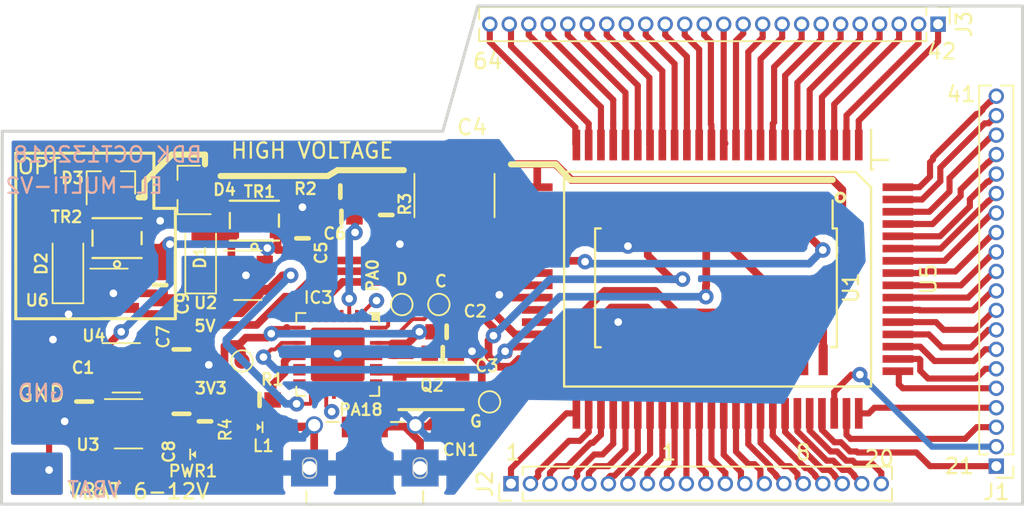
<source format=kicad_pcb>
(kicad_pcb (version 20171130) (host pcbnew "(5.0.0)")
  (layers (0 Top signal) (31 Bottom signal) (34 B.Paste user) (35 F.Paste user) (36 B.SilkS user) (37 F.SilkS user) (38 B.Mask user) (39 F.Mask user) (44 Edge.Cuts user))
  (net 0 "")
  (net 1 GND)
  (net 2 VBUS)
  (net 3 3.3V)
  (net 4 "Net-(CN1-PadID)")
  (net 5 /D+)
  (net 6 /D-)
  (net 7 /~RESET)
  (net 8 "Net-(IC3-Pad32)")
  (net 9 "Net-(IC3-Pad31)")
  (net 10 "Net-(C3-Pad1)")
  (net 11 "Net-(IC3-Pad27)")
  (net 12 "Net-(IC3-Pad25)")
  (net 13 "Net-(IC3-Pad22)")
  (net 14 "Net-(IC3-Pad21)")
  (net 15 "Net-(IC3-Pad20)")
  (net 16 "Net-(IC3-Pad19)")
  (net 17 "Net-(IC3-Pad18)")
  (net 18 "Net-(IC3-Pad16)")
  (net 19 "Net-(IC3-Pad15)")
  (net 20 "Net-(IC3-Pad14)")
  (net 21 "Net-(IC3-Pad13)")
  (net 22 /D2_A1_PA09_SCL_MISO)
  (net 23 /D0_A4_PA08_SDA)
  (net 24 /D3_A3_PA07_RXD_SCK)
  (net 25 /D4_A2_PA06_TXD_MOSI)
  (net 26 "Net-(IC3-Pad6)")
  (net 27 "Net-(IC3-Pad5)")
  (net 28 "Net-(IC3-Pad4)")
  (net 29 /D1_A0_PA02)
  (net 30 "Net-(IC3-Pad2)")
  (net 31 "Net-(IC3-Pad1)")
  (net 32 "Net-(U1-Pad4)")
  (net 33 "Net-(PWR1-PadA)")
  (net 34 "Net-(L1-PadA)")
  (net 35 /PA16_CHARGE_CTRL)
  (net 36 "Net-(U2-Pad3)")
  (net 37 "Net-(D1-Pad2)")
  (net 38 /HV_SUPPLY)
  (net 39 "Net-(D4-Pad1)")
  (net 40 /5.0V)
  (net 41 "Net-(U1-Pad5)")
  (net 42 "Net-(U1-Pad3)")
  (net 43 "Net-(U1-Pad1)")
  (net 44 "Net-(U1-Pad8)")
  (net 45 "Net-(U1-Pad9)")
  (net 46 "Net-(U1-Pad12)")
  (net 47 "Net-(U3-Pad4)")
  (net 48 "Net-(U4-Pad4)")
  (net 49 "Net-(D4-Pad3)")
  (net 50 "Net-(U5-Pad26)")
  (net 51 "Net-(U5-Pad27)")
  (net 52 "Net-(U5-Pad28)")
  (net 53 "Net-(U5-Pad35)")
  (net 54 "Net-(U5-Pad36)")
  (net 55 /VBAT)
  (net 56 "Net-(D2-Pad2)")
  (net 57 "Net-(D3-Pad1)")
  (net 58 "Net-(D3-Pad3)")
  (net 59 "Net-(U6-Pad3)")
  (net 60 /HV1)
  (net 61 /HV2)
  (net 62 /HV3)
  (net 63 /HV4)
  (net 64 /HV5)
  (net 65 /HV6)
  (net 66 /HV7)
  (net 67 /HV8)
  (net 68 "Net-(J1-Pad1)")
  (net 69 "Net-(J1-Pad2)")
  (net 70 "Net-(J1-Pad3)")
  (net 71 "Net-(J1-Pad4)")
  (net 72 "Net-(J1-Pad5)")
  (net 73 "Net-(J1-Pad6)")
  (net 74 "Net-(J1-Pad7)")
  (net 75 "Net-(J1-Pad8)")
  (net 76 "Net-(J1-Pad9)")
  (net 77 "Net-(J1-Pad10)")
  (net 78 "Net-(J1-Pad11)")
  (net 79 "Net-(J1-Pad12)")
  (net 80 "Net-(J1-Pad13)")
  (net 81 "Net-(J1-Pad14)")
  (net 82 "Net-(J1-Pad15)")
  (net 83 "Net-(J1-Pad16)")
  (net 84 "Net-(J1-Pad17)")
  (net 85 "Net-(J1-Pad18)")
  (net 86 "Net-(J1-Pad19)")
  (net 87 "Net-(J1-Pad20)")
  (net 88 "Net-(J2-Pad1)")
  (net 89 "Net-(J2-Pad2)")
  (net 90 "Net-(J2-Pad3)")
  (net 91 "Net-(J2-Pad4)")
  (net 92 "Net-(J2-Pad5)")
  (net 93 "Net-(J2-Pad6)")
  (net 94 "Net-(J2-Pad7)")
  (net 95 "Net-(J2-Pad8)")
  (net 96 "Net-(J2-Pad17)")
  (net 97 "Net-(J2-Pad18)")
  (net 98 "Net-(J2-Pad19)")
  (net 99 "Net-(J2-Pad20)")
  (net 100 "Net-(J3-Pad1)")
  (net 101 "Net-(J3-Pad2)")
  (net 102 "Net-(J3-Pad3)")
  (net 103 "Net-(J3-Pad4)")
  (net 104 "Net-(J3-Pad5)")
  (net 105 "Net-(J3-Pad6)")
  (net 106 "Net-(J3-Pad7)")
  (net 107 "Net-(J3-Pad8)")
  (net 108 "Net-(J3-Pad9)")
  (net 109 "Net-(J3-Pad10)")
  (net 110 "Net-(J3-Pad11)")
  (net 111 "Net-(J3-Pad12)")
  (net 112 "Net-(J3-Pad13)")
  (net 113 "Net-(J3-Pad14)")
  (net 114 "Net-(J3-Pad15)")
  (net 115 "Net-(J3-Pad16)")
  (net 116 "Net-(J3-Pad17)")
  (net 117 "Net-(J3-Pad18)")
  (net 118 "Net-(J3-Pad19)")
  (net 119 "Net-(J3-Pad20)")
  (net 120 "Net-(J3-Pad21)")
  (net 121 "Net-(J3-Pad22)")
  (net 122 "Net-(J3-Pad23)")
  (net 123 "Net-(J3-Pad24)")
  (module EL_driver:QFP-96_14x20_Pitch0.8mm (layer Top) (at 167.132 91.821 270)
    (fp_text reference U5 (at 0 -13.75 270) (layer F.SilkS))
    (fp_text value HV507)
    (pad 1 smd rect (at -8.75 -9.2) (size 0.5 2) (layers Top F.Paste F.Mask) (net 100 "Net-(J3-Pad1)"))
    (pad 2 smd rect (at -8.75 -8.4) (size 0.5 2) (layers Top F.Paste F.Mask) (net 101 "Net-(J3-Pad2)"))
    (pad 3 smd rect (at -8.75 -7.6) (size 0.5 2) (layers Top F.Paste F.Mask) (net 102 "Net-(J3-Pad3)"))
    (pad 4 smd rect (at -8.75 -6.8) (size 0.5 2) (layers Top F.Paste F.Mask) (net 103 "Net-(J3-Pad4)"))
    (pad 5 smd rect (at -8.75 -6) (size 0.5 2) (layers Top F.Paste F.Mask) (net 104 "Net-(J3-Pad5)"))
    (pad 6 smd rect (at -8.75 -5.2) (size 0.5 2) (layers Top F.Paste F.Mask) (net 105 "Net-(J3-Pad6)"))
    (pad 7 smd rect (at -8.75 -4.4) (size 0.5 2) (layers Top F.Paste F.Mask) (net 106 "Net-(J3-Pad7)"))
    (pad 8 smd rect (at -8.75 -3.6) (size 0.5 2) (layers Top F.Paste F.Mask) (net 107 "Net-(J3-Pad8)"))
    (pad 9 smd rect (at -8.75 -2.8) (size 0.5 2) (layers Top F.Paste F.Mask) (net 108 "Net-(J3-Pad9)"))
    (pad 10 smd rect (at -8.75 -2) (size 0.5 2) (layers Top F.Paste F.Mask) (net 109 "Net-(J3-Pad10)"))
    (pad 11 smd rect (at -8.75 -1.2) (size 0.5 2) (layers Top F.Paste F.Mask) (net 110 "Net-(J3-Pad11)"))
    (pad 12 smd rect (at -8.75 -0.4) (size 0.5 2) (layers Top F.Paste F.Mask) (net 111 "Net-(J3-Pad12)"))
    (pad 13 smd rect (at -8.75 0.4) (size 0.5 2) (layers Top F.Paste F.Mask) (net 112 "Net-(J3-Pad13)"))
    (pad 14 smd rect (at -8.75 1.2) (size 0.5 2) (layers Top F.Paste F.Mask) (net 113 "Net-(J3-Pad14)"))
    (pad 15 smd rect (at -8.75 2) (size 0.5 2) (layers Top F.Paste F.Mask) (net 114 "Net-(J3-Pad15)"))
    (pad 16 smd rect (at -8.75 2.8) (size 0.5 2) (layers Top F.Paste F.Mask) (net 115 "Net-(J3-Pad16)"))
    (pad 17 smd rect (at -8.75 3.6) (size 0.5 2) (layers Top F.Paste F.Mask) (net 116 "Net-(J3-Pad17)"))
    (pad 18 smd rect (at -8.75 4.4) (size 0.5 2) (layers Top F.Paste F.Mask) (net 117 "Net-(J3-Pad18)"))
    (pad 19 smd rect (at -8.75 5.2) (size 0.5 2) (layers Top F.Paste F.Mask) (net 118 "Net-(J3-Pad19)"))
    (pad 20 smd rect (at -8.75 6) (size 0.5 2) (layers Top F.Paste F.Mask) (net 119 "Net-(J3-Pad20)"))
    (pad 21 smd rect (at -8.75 6.8) (size 0.5 2) (layers Top F.Paste F.Mask) (net 120 "Net-(J3-Pad21)"))
    (pad 22 smd rect (at -8.75 7.6) (size 0.5 2) (layers Top F.Paste F.Mask) (net 121 "Net-(J3-Pad22)"))
    (pad 23 smd rect (at -8.75 8.4) (size 0.5 2) (layers Top F.Paste F.Mask) (net 122 "Net-(J3-Pad23)"))
    (pad 24 smd rect (at -8.75 9.2) (size 0.5 2) (layers Top F.Paste F.Mask) (net 123 "Net-(J3-Pad24)"))
    (pad 25 smd rect (at -6 11.75 270) (size 0.5 2) (layers Top F.Paste F.Mask) (net 38 /HV_SUPPLY))
    (pad 26 smd rect (at -5.2 11.75 270) (size 0.5 2) (layers Top F.Paste F.Mask) (net 50 "Net-(U5-Pad26)"))
    (pad 27 smd rect (at -4.4 11.75 270) (size 0.5 2) (layers Top F.Paste F.Mask) (net 51 "Net-(U5-Pad27)"))
    (pad 28 smd rect (at -3.6 11.75 270) (size 0.5 2) (layers Top F.Paste F.Mask) (net 52 "Net-(U5-Pad28)"))
    (pad 29 smd rect (at -2.8 11.75 270) (size 0.5 2) (layers Top F.Paste F.Mask) (net 40 /5.0V))
    (pad 30 smd rect (at -2 11.75 270) (size 0.5 2) (layers Top F.Paste F.Mask) (net 40 /5.0V))
    (pad 31 smd rect (at -1.2 11.75 270) (size 0.5 2) (layers Top F.Paste F.Mask) (net 40 /5.0V))
    (pad 32 smd rect (at -0.4 11.75 270) (size 0.5 2) (layers Top F.Paste F.Mask) (net 40 /5.0V))
    (pad 33 smd rect (at 0.4 11.75 270) (size 0.5 2) (layers Top F.Paste F.Mask) (net 1 GND))
    (pad 34 smd rect (at 1.2 11.75 270) (size 0.5 2) (layers Top F.Paste F.Mask) (net 1 GND))
    (pad 35 smd rect (at 2 11.75 270) (size 0.5 2) (layers Top F.Paste F.Mask) (net 53 "Net-(U5-Pad35)"))
    (pad 36 smd rect (at 2.8 11.75 270) (size 0.5 2) (layers Top F.Paste F.Mask) (net 54 "Net-(U5-Pad36)"))
    (pad 37 smd rect (at 3.6 11.75 270) (size 0.5 2) (layers Top F.Paste F.Mask) (net 24 /D3_A3_PA07_RXD_SCK))
    (pad 38 smd rect (at 4.4 11.75 270) (size 0.5 2) (layers Top F.Paste F.Mask) (net 23 /D0_A4_PA08_SDA))
    (pad 39 smd rect (at 5.2 11.75 270) (size 0.5 2) (layers Top F.Paste F.Mask) (net 25 /D4_A2_PA06_TXD_MOSI))
    (pad 40 smd rect (at 6 11.75 270) (size 0.5 2) (layers Top F.Paste F.Mask) (net 38 /HV_SUPPLY))
    (pad 41 smd rect (at 8.75 9.2) (size 0.5 2) (layers Top F.Paste F.Mask) (net 88 "Net-(J2-Pad1)"))
    (pad 42 smd rect (at 8.75 8.4) (size 0.5 2) (layers Top F.Paste F.Mask) (net 89 "Net-(J2-Pad2)"))
    (pad 43 smd rect (at 8.75 7.6) (size 0.5 2) (layers Top F.Paste F.Mask) (net 90 "Net-(J2-Pad3)"))
    (pad 44 smd rect (at 8.75 6.8) (size 0.5 2) (layers Top F.Paste F.Mask) (net 91 "Net-(J2-Pad4)"))
    (pad 45 smd rect (at 8.75 6) (size 0.5 2) (layers Top F.Paste F.Mask) (net 92 "Net-(J2-Pad5)"))
    (pad 46 smd rect (at 8.75 5.2) (size 0.5 2) (layers Top F.Paste F.Mask) (net 93 "Net-(J2-Pad6)"))
    (pad 47 smd rect (at 8.75 4.4) (size 0.5 2) (layers Top F.Paste F.Mask) (net 94 "Net-(J2-Pad7)"))
    (pad 48 smd rect (at 8.75 3.6) (size 0.5 2) (layers Top F.Paste F.Mask) (net 95 "Net-(J2-Pad8)"))
    (pad 49 smd rect (at 8.75 2.8) (size 0.5 2) (layers Top F.Paste F.Mask) (net 60 /HV1))
    (pad 50 smd rect (at 8.75 2) (size 0.5 2) (layers Top F.Paste F.Mask) (net 61 /HV2))
    (pad 51 smd rect (at 8.75 1.2) (size 0.5 2) (layers Top F.Paste F.Mask) (net 62 /HV3))
    (pad 52 smd rect (at 8.75 0.4) (size 0.5 2) (layers Top F.Paste F.Mask) (net 63 /HV4))
    (pad 53 smd rect (at 8.75 -0.4) (size 0.5 2) (layers Top F.Paste F.Mask) (net 64 /HV5))
    (pad 54 smd rect (at 8.75 -1.2) (size 0.5 2) (layers Top F.Paste F.Mask) (net 65 /HV6))
    (pad 55 smd rect (at 8.75 -2) (size 0.5 2) (layers Top F.Paste F.Mask) (net 66 /HV7))
    (pad 56 smd rect (at 8.75 -2.8) (size 0.5 2) (layers Top F.Paste F.Mask) (net 67 /HV8))
    (pad 57 smd rect (at 8.75 -3.6) (size 0.5 2) (layers Top F.Paste F.Mask) (net 96 "Net-(J2-Pad17)"))
    (pad 58 smd rect (at 8.75 -4.4) (size 0.5 2) (layers Top F.Paste F.Mask) (net 97 "Net-(J2-Pad18)"))
    (pad 59 smd rect (at 8.75 -5.2) (size 0.5 2) (layers Top F.Paste F.Mask) (net 98 "Net-(J2-Pad19)"))
    (pad 60 smd rect (at 8.75 -6) (size 0.5 2) (layers Top F.Paste F.Mask) (net 99 "Net-(J2-Pad20)"))
    (pad 61 smd rect (at 8.75 -6.8) (size 0.5 2) (layers Top F.Paste F.Mask) (net 68 "Net-(J1-Pad1)"))
    (pad 62 smd rect (at 8.75 -7.6) (size 0.5 2) (layers Top F.Paste F.Mask) (net 69 "Net-(J1-Pad2)"))
    (pad 63 smd rect (at 8.75 -8.4) (size 0.5 2) (layers Top F.Paste F.Mask) (net 70 "Net-(J1-Pad3)"))
    (pad 64 smd rect (at 8.75 -9.2) (size 0.5 2) (layers Top F.Paste F.Mask) (net 71 "Net-(J1-Pad4)"))
    (pad 65 smd rect (at 6 -11.75 270) (size 0.5 2) (layers Top F.Paste F.Mask) (net 72 "Net-(J1-Pad5)"))
    (pad 66 smd rect (at 5.2 -11.75 270) (size 0.5 2) (layers Top F.Paste F.Mask) (net 73 "Net-(J1-Pad6)"))
    (pad 67 smd rect (at 4.4 -11.75 270) (size 0.5 2) (layers Top F.Paste F.Mask) (net 74 "Net-(J1-Pad7)"))
    (pad 68 smd rect (at 3.6 -11.75 270) (size 0.5 2) (layers Top F.Paste F.Mask) (net 75 "Net-(J1-Pad8)"))
    (pad 69 smd rect (at 2.8 -11.75 270) (size 0.5 2) (layers Top F.Paste F.Mask) (net 76 "Net-(J1-Pad9)"))
    (pad 70 smd rect (at 2 -11.75 270) (size 0.5 2) (layers Top F.Paste F.Mask) (net 77 "Net-(J1-Pad10)"))
    (pad 71 smd rect (at 1.2 -11.75 270) (size 0.5 2) (layers Top F.Paste F.Mask) (net 78 "Net-(J1-Pad11)"))
    (pad 72 smd rect (at 0.4 -11.75 270) (size 0.5 2) (layers Top F.Paste F.Mask) (net 79 "Net-(J1-Pad12)"))
    (pad 73 smd rect (at -0.4 -11.75 270) (size 0.5 2) (layers Top F.Paste F.Mask) (net 80 "Net-(J1-Pad13)"))
    (pad 74 smd rect (at -1.2 -11.75 270) (size 0.5 2) (layers Top F.Paste F.Mask) (net 81 "Net-(J1-Pad14)"))
    (pad 75 smd rect (at -2 -11.75 270) (size 0.5 2) (layers Top F.Paste F.Mask) (net 82 "Net-(J1-Pad15)"))
    (pad 76 smd rect (at -2.8 -11.75 270) (size 0.5 2) (layers Top F.Paste F.Mask) (net 83 "Net-(J1-Pad16)"))
    (pad 77 smd rect (at -3.6 -11.75 270) (size 0.5 2) (layers Top F.Paste F.Mask) (net 84 "Net-(J1-Pad17)"))
    (pad 78 smd rect (at -4.4 -11.75 270) (size 0.5 2) (layers Top F.Paste F.Mask) (net 85 "Net-(J1-Pad18)"))
    (pad 79 smd rect (at -5.2 -11.75 270) (size 0.5 2) (layers Top F.Paste F.Mask) (net 86 "Net-(J1-Pad19)"))
    (pad 80 smd rect (at -6 -11.75 270) (size 0.5 2) (layers Top F.Paste F.Mask) (net 87 "Net-(J1-Pad20)"))
  )
  (module Connector_PinHeader_1.27mm:PinHeader_1x20_P1.27mm_Vertical (layer Top) (at 153.67 105.156 90)
    (fp_text reference J2 (at 0 -1.695 90) (layer F.SilkS))
    (fp_text value Conn_01x20_Female)
    (pad 1 thru_hole rect (at 0 0 90) (size 1 1) (drill 0.65) (layers *.Cu *.Mask) (net 88 "Net-(J2-Pad1)"))
    (pad 2 thru_hole oval (at 0 1.27 90) (size 1 1) (drill 0.65) (layers *.Cu *.Mask) (net 89 "Net-(J2-Pad2)"))
    (pad 3 thru_hole oval (at 0 2.54 90) (size 1 1) (drill 0.65) (layers *.Cu *.Mask) (net 90 "Net-(J2-Pad3)"))
    (pad 4 thru_hole oval (at 0 3.81 90) (size 1 1) (drill 0.65) (layers *.Cu *.Mask) (net 91 "Net-(J2-Pad4)"))
    (pad 5 thru_hole oval (at 0 5.08 90) (size 1 1) (drill 0.65) (layers *.Cu *.Mask) (net 92 "Net-(J2-Pad5)"))
    (pad 6 thru_hole oval (at 0 6.35 90) (size 1 1) (drill 0.65) (layers *.Cu *.Mask) (net 93 "Net-(J2-Pad6)"))
    (pad 7 thru_hole oval (at 0 7.62 90) (size 1 1) (drill 0.65) (layers *.Cu *.Mask) (net 94 "Net-(J2-Pad7)"))
    (pad 8 thru_hole oval (at 0 8.89 90) (size 1 1) (drill 0.65) (layers *.Cu *.Mask) (net 95 "Net-(J2-Pad8)"))
    (pad 9 thru_hole oval (at 0 10.16 90) (size 1 1) (drill 0.65) (layers *.Cu *.Mask) (net 60 /HV1))
    (pad 10 thru_hole oval (at 0 11.43 90) (size 1 1) (drill 0.65) (layers *.Cu *.Mask) (net 61 /HV2))
    (pad 11 thru_hole oval (at 0 12.7 90) (size 1 1) (drill 0.65) (layers *.Cu *.Mask) (net 62 /HV3))
    (pad 12 thru_hole oval (at 0 13.97 90) (size 1 1) (drill 0.65) (layers *.Cu *.Mask) (net 63 /HV4))
    (pad 13 thru_hole oval (at 0 15.24 90) (size 1 1) (drill 0.65) (layers *.Cu *.Mask) (net 64 /HV5))
    (pad 14 thru_hole oval (at 0 16.51 90) (size 1 1) (drill 0.65) (layers *.Cu *.Mask) (net 65 /HV6))
    (pad 15 thru_hole oval (at 0 17.78 90) (size 1 1) (drill 0.65) (layers *.Cu *.Mask) (net 66 /HV7))
    (pad 16 thru_hole oval (at 0 19.05 90) (size 1 1) (drill 0.65) (layers *.Cu *.Mask) (net 67 /HV8))
    (pad 17 thru_hole oval (at 0 20.32 90) (size 1 1) (drill 0.65) (layers *.Cu *.Mask) (net 96 "Net-(J2-Pad17)"))
    (pad 18 thru_hole oval (at 0 21.59 90) (size 1 1) (drill 0.65) (layers *.Cu *.Mask) (net 97 "Net-(J2-Pad18)"))
    (pad 19 thru_hole oval (at 0 22.86 90) (size 1 1) (drill 0.65) (layers *.Cu *.Mask) (net 98 "Net-(J2-Pad19)"))
    (pad 20 thru_hole oval (at 0 24.13 90) (size 1 1) (drill 0.65) (layers *.Cu *.Mask) (net 99 "Net-(J2-Pad20)"))
  )
  (module EL_driver:ATB3225 (layer Top) (at 136.95 88)
    (fp_text reference TR1 (at 0.337 -1.894) (layer F.SilkS) (effects (font (size 0.75 0.75))))
    (fp_text value ATB3225)
    (pad 1 smd rect (at -1.5 0.875) (size 1 0.55) (layers Top F.Paste F.Mask) (net 37 "Net-(D1-Pad2)"))
    (pad 2 smd rect (at -1.5 -0.875) (size 1 0.55) (layers Top F.Paste F.Mask) (net 39 "Net-(D4-Pad1)"))
    (pad 3 smd rect (at 1.5 -0.875) (size 1 0.55) (layers Top F.Paste F.Mask) (net 1 GND))
    (pad 4 smd rect (at 1.5 0.875) (size 1 0.55) (layers Top F.Paste F.Mask) (net 55 /VBAT))
  )
  (module "Trinket M0 rev D:0805-NO" (layer Top) (at 132.2 100.6 270)
    (fp_text reference C8 (at 1.635 1.263 270) (layer F.SilkS) (effects (font (size 0.75 0.75)) (justify right top)))
    (fp_text value 10uF)
    (pad 2 smd rect (at 0.95 0 270) (size 1.24 1.5) (layers Top F.Paste F.Mask) (net 1 GND))
    (pad 1 smd rect (at -0.95 0 270) (size 1.24 1.5) (layers Top F.Paste F.Mask) (net 3 3.3V))
  )
  (module "Trinket M0 rev D:0805-NO" (layer Top) (at 125.857 99.8 270)
    (fp_text reference C1 (at -2.645 -0.762 180) (layer F.SilkS) (effects (font (size 0.75 0.75)) (justify right top)))
    (fp_text value 10uF)
    (pad 2 smd rect (at 0.95 0 270) (size 1.24 1.5) (layers Top F.Paste F.Mask) (net 1 GND))
    (pad 1 smd rect (at -0.95 0 270) (size 1.24 1.5) (layers Top F.Paste F.Mask) (net 55 /VBAT))
  )
  (module "Trinket M0 rev D:4UCONN_20329_V2" (layer Top) (at 144.145 102.235)
    (fp_text reference CN1 (at 7.493 0.254 -180) (layer F.SilkS) (effects (font (size 0.77216 0.77216) (thickness 0.138988)) (justify right top)))
    (fp_text value 4U#20329)
    (fp_line (start 3.15 2.2) (end 3.15 1.6) (layer Edge.Cuts) (width 0))
    (fp_arc (start 3.55 1.65) (end 3.15 1.6) (angle 90) (layer Edge.Cuts) (width 0))
    (fp_arc (start 3.65 1.65) (end 3.6 1.25) (angle 90) (layer Edge.Cuts) (width 0))
    (fp_line (start 4.05 1.6) (end 4.05 2.2) (layer Edge.Cuts) (width 0))
    (fp_arc (start 3.55 2.15) (end 3.6 2.55) (angle 90) (layer Edge.Cuts) (width 0))
    (fp_arc (start 3.65 2.15) (end 4.05 2.2) (angle 90) (layer Edge.Cuts) (width 0))
    (fp_line (start -4.05 2.15) (end -4.05 1.6) (layer Edge.Cuts) (width 0))
    (fp_arc (start -3.675 2.175) (end -3.7 2.55) (angle 90) (layer Edge.Cuts) (width 0))
    (fp_line (start -3.5 2.55) (end -3.7 2.55) (layer Edge.Cuts) (width 0))
    (fp_arc (start -3.525 2.175) (end -3.15 2.15) (angle 90) (layer Edge.Cuts) (width 0))
    (fp_line (start -3.15 1.6) (end -3.15 2.15) (layer Edge.Cuts) (width 0))
    (fp_arc (start -3.5 1.6) (end -3.5 1.25) (angle 90) (layer Edge.Cuts) (width 0))
    (fp_line (start -3.7 1.25) (end -3.5 1.25) (layer Edge.Cuts) (width 0))
    (fp_arc (start -3.7 1.6) (end -4.05 1.6) (angle 90) (layer Edge.Cuts) (width 0))
    (pad BASE@2 smd rect (at 0.75 2 90) (size 2 1) (layers Top F.Paste F.Mask) (net 1 GND))
    (pad BASE@1 smd rect (at -0.75 2 90) (size 2 1) (layers Top F.Paste F.Mask) (net 1 GND))
    (pad GND smd rect (at 1.3 -0.775) (size 0.4 1.35) (layers Top F.Mask) (net 1 GND))
    (pad ID smd rect (at 0.65 -0.775) (size 0.4 1.35) (layers Top F.Mask) (net 4 "Net-(CN1-PadID)"))
    (pad D+ smd rect (at 0 -0.775) (size 0.4 1.35) (layers Top F.Mask) (net 5 /D+))
    (pad D- smd rect (at -0.65 -0.775) (size 0.4 1.35) (layers Top F.Mask) (net 6 /D-))
    (pad VBUS smd rect (at -1.3 -0.775) (size 0.4 1.35) (layers Top F.Mask) (net 2 VBUS))
    (pad SPRT@2 thru_hole circle (at 3.3 -0.9) (size 1.143 1.143) (drill 0.8) (layers *.Cu *.Mask) (net 1 GND))
    (pad SPRT@1 thru_hole circle (at -3.3 -0.9 180) (size 1.143 1.143) (drill 0.8) (layers *.Cu *.Mask) (net 1 GND))
    (pad SPRT@3 thru_hole rect (at -3.6 1.9 90) (size 2.413 2.413) (drill 0.9) (layers *.Cu *.Mask) (net 1 GND))
    (pad SPRT@4 thru_hole rect (at 3.6 1.9 90) (size 2.413 2.413) (drill 0.9) (layers *.Cu *.Mask) (net 1 GND))
    (pad "" np_thru_hole circle (at 1.95 0) (size 0.7 0.7) (drill 0.7) (layers *.Cu))
    (pad "" np_thru_hole circle (at -1.95 0) (size 0.7 0.7) (drill 0.7) (layers *.Cu))
  )
  (module "Trinket M0 rev D:BTN_KMR2_4.6X2.8" (layer Top) (at 148.463 98.8)
    (fp_text reference Q2 (at -0.8 0.4) (layer F.SilkS) (effects (font (size 0.77216 0.77216) (thickness 0.138988)) (justify left bottom)))
    (fp_text value reset)
    (pad A' smd rect (at -2.05 -0.8) (size 0.9 0.9) (layers Top F.Paste F.Mask) (net 7 /~RESET))
    (pad B' smd rect (at -2.05 0.8) (size 0.9 0.9) (layers Top F.Paste F.Mask) (net 1 GND))
    (pad B smd rect (at 2.05 0.8) (size 0.9 0.9) (layers Top F.Paste F.Mask) (net 1 GND))
    (pad A smd rect (at 2.05 -0.8) (size 0.9 0.9) (layers Top F.Paste F.Mask) (net 7 /~RESET))
  )
  (module "Trinket M0 rev D:QFN32_5MM" (layer Top) (at 142.381 96.727 270)
    (fp_text reference IC3 (at -3.255 2.3) (layer F.SilkS) (effects (font (size 0.77216 0.77216) (thickness 0.138988)) (justify left bottom)))
    (fp_text value ATSAMD21E)
    (pad 32 smd rect (at -1.75 -2.5 270) (size 0.25 0.8) (layers Top F.Paste F.Mask) (net 8 "Net-(IC3-Pad32)"))
    (pad 31 smd rect (at -1.25 -2.5 270) (size 0.25 0.8) (layers Top F.Paste F.Mask) (net 9 "Net-(IC3-Pad31)"))
    (pad 30 smd rect (at -0.75 -2.5 270) (size 0.25 0.8) (layers Top F.Paste F.Mask) (net 3 3.3V))
    (pad 29 smd rect (at -0.25 -2.5 270) (size 0.25 0.8) (layers Top F.Paste F.Mask) (net 10 "Net-(C3-Pad1)"))
    (pad 28 smd rect (at 0.25 -2.5 270) (size 0.25 0.8) (layers Top F.Paste F.Mask) (net 1 GND))
    (pad 27 smd rect (at 0.75 -2.5 270) (size 0.25 0.8) (layers Top F.Paste F.Mask) (net 11 "Net-(IC3-Pad27)"))
    (pad 26 smd rect (at 1.25 -2.5 270) (size 0.25 0.8) (layers Top F.Paste F.Mask) (net 7 /~RESET))
    (pad 25 smd rect (at 1.75 -2.5 270) (size 0.25 0.8) (layers Top F.Paste F.Mask) (net 12 "Net-(IC3-Pad25)"))
    (pad 24 smd rect (at 2.5 -1.75 180) (size 0.25 0.8) (layers Top F.Paste F.Mask) (net 5 /D+))
    (pad 23 smd rect (at 2.5 -1.25 180) (size 0.25 0.8) (layers Top F.Paste F.Mask) (net 6 /D-))
    (pad 22 smd rect (at 2.5 -0.75 180) (size 0.25 0.8) (layers Top F.Paste F.Mask) (net 13 "Net-(IC3-Pad22)"))
    (pad 21 smd rect (at 2.5 -0.25 180) (size 0.25 0.8) (layers Top F.Paste F.Mask) (net 14 "Net-(IC3-Pad21)"))
    (pad 20 smd rect (at 2.5 0.25 180) (size 0.25 0.8) (layers Top F.Paste F.Mask) (net 15 "Net-(IC3-Pad20)"))
    (pad 19 smd rect (at 2.5 0.75 180) (size 0.25 0.8) (layers Top F.Paste F.Mask) (net 16 "Net-(IC3-Pad19)"))
    (pad 18 smd rect (at 2.5 1.25 180) (size 0.25 0.8) (layers Top F.Paste F.Mask) (net 17 "Net-(IC3-Pad18)"))
    (pad 17 smd rect (at 2.5 1.75 180) (size 0.25 0.8) (layers Top F.Paste F.Mask) (net 35 /PA16_CHARGE_CTRL))
    (pad 16 smd rect (at 1.75 2.5 90) (size 0.25 0.8) (layers Top F.Paste F.Mask) (net 18 "Net-(IC3-Pad16)"))
    (pad 15 smd rect (at 1.25 2.5 90) (size 0.25 0.8) (layers Top F.Paste F.Mask) (net 19 "Net-(IC3-Pad15)"))
    (pad 14 smd rect (at 0.75 2.5 90) (size 0.25 0.8) (layers Top F.Paste F.Mask) (net 20 "Net-(IC3-Pad14)"))
    (pad 13 smd rect (at 0.25 2.5 90) (size 0.25 0.8) (layers Top F.Paste F.Mask) (net 21 "Net-(IC3-Pad13)"))
    (pad 12 smd rect (at -0.25 2.5 90) (size 0.25 0.8) (layers Top F.Paste F.Mask) (net 22 /D2_A1_PA09_SCL_MISO))
    (pad 11 smd rect (at -0.75 2.5 90) (size 0.25 0.8) (layers Top F.Paste F.Mask) (net 23 /D0_A4_PA08_SDA))
    (pad 10 smd rect (at -1.25 2.5 90) (size 0.25 0.8) (layers Top F.Paste F.Mask) (net 1 GND))
    (pad 9 smd rect (at -1.75 2.5 90) (size 0.25 0.8) (layers Top F.Paste F.Mask) (net 3 3.3V))
    (pad 8 smd rect (at -2.5 1.75) (size 0.25 0.8) (layers Top F.Paste F.Mask) (net 24 /D3_A3_PA07_RXD_SCK))
    (pad 7 smd rect (at -2.5 1.25) (size 0.25 0.8) (layers Top F.Paste F.Mask) (net 25 /D4_A2_PA06_TXD_MOSI))
    (pad 6 smd rect (at -2.5 0.75) (size 0.25 0.8) (layers Top F.Paste F.Mask) (net 26 "Net-(IC3-Pad6)"))
    (pad 5 smd rect (at -2.5 0.25) (size 0.25 0.8) (layers Top F.Paste F.Mask) (net 27 "Net-(IC3-Pad5)"))
    (pad 4 smd rect (at -2.5 -0.25) (size 0.25 0.8) (layers Top F.Paste F.Mask) (net 28 "Net-(IC3-Pad4)"))
    (pad 3 smd rect (at -2.5 -0.75) (size 0.25 0.8) (layers Top F.Paste F.Mask) (net 29 /D1_A0_PA02))
    (pad 2 smd rect (at -2.5 -1.25) (size 0.25 0.8) (layers Top F.Paste F.Mask) (net 30 "Net-(IC3-Pad2)"))
    (pad 1 smd rect (at -2.5 -1.75) (size 0.25 0.8) (layers Top F.Paste F.Mask) (net 31 "Net-(IC3-Pad1)"))
    (pad 33 smd roundrect (at 0 0 270) (size 3.5 3.5) (layers Top F.Mask) (roundrect_rratio 0.05) (net 1 GND))
  )
  (module "Trinket M0 rev D:0603-NO" (layer Top) (at 149.225 96.647)
    (fp_text reference C3 (at 2.032 1.27) (layer F.SilkS) (effects (font (size 0.77216 0.77216) (thickness 0.138988)) (justify left bottom)))
    (fp_text value 1uF)
    (pad 1 smd rect (at -0.85 0) (size 1.075 1) (layers Top F.Paste F.Mask) (net 10 "Net-(C3-Pad1)"))
    (pad 2 smd rect (at 0.85 0) (size 1.075 1) (layers Top F.Paste F.Mask) (net 1 GND))
  )
  (module "Trinket M0 rev D:CHIPLED_0603_NOOUTLINE" (layer Top) (at 137.275 101.473 270)
    (fp_text reference L1 (at 0.762 -1.028 180) (layer F.SilkS) (effects (font (size 0.77216 0.77216) (thickness 0.138988)) (justify right top)))
    (fp_text value red)
    (pad A smd rect (at 0 0.75 270) (size 0.8 0.8) (layers Top F.Paste F.Mask) (net 34 "Net-(L1-PadA)"))
    (pad C smd rect (at 0 -0.75 270) (size 0.8 0.8) (layers Top F.Paste F.Mask) (net 1 GND))
  )
  (module "Trinket M0 rev D:0603-NO" (layer Top) (at 137.287 99.695)
    (fp_text reference R1 (at 0 -0.889) (layer F.SilkS) (effects (font (size 0.75 0.75)) (justify left bottom)))
    (fp_text value 1.5K)
    (pad 1 smd rect (at -0.85 0) (size 1.075 1) (layers Top F.Paste F.Mask) (net 34 "Net-(L1-PadA)"))
    (pad 2 smd rect (at 0.85 0) (size 1.075 1) (layers Top F.Paste F.Mask) (net 21 "Net-(IC3-Pad13)"))
  )
  (module "Trinket M0 rev D:0603-NO" (layer Top) (at 133.731 101.092 90)
    (fp_text reference R4 (at -1.397 1.778 90) (layer F.SilkS) (effects (font (size 0.77216 0.77216) (thickness 0.138988)) (justify left bottom)))
    (fp_text value 10K)
    (pad 2 smd rect (at 0.85 0 90) (size 1.075 1) (layers Top F.Paste F.Mask) (net 3 3.3V))
    (pad 1 smd rect (at -0.85 0 90) (size 1.075 1) (layers Top F.Paste F.Mask) (net 33 "Net-(PWR1-PadA)"))
  )
  (module Package_TO_SOT_SMD:SOT-23-5 (layer Top) (at 136.525 91.567)
    (fp_text reference U2 (at -2.75 1.8) (layer F.SilkS) (effects (font (size 0.75 0.75))))
    (fp_text value LT3468)
    (pad 1 smd rect (at -1.1 -0.95) (size 1.06 0.65) (layers Top F.Paste F.Mask) (net 37 "Net-(D1-Pad2)"))
    (pad 2 smd rect (at -1.1 0) (size 1.06 0.65) (layers Top F.Paste F.Mask) (net 1 GND))
    (pad 3 smd rect (at -1.1 0.95) (size 1.06 0.65) (layers Top F.Paste F.Mask) (net 36 "Net-(U2-Pad3)"))
    (pad 4 smd rect (at 1.1 0.95) (size 1.06 0.65) (layers Top F.Paste F.Mask) (net 35 /PA16_CHARGE_CTRL))
    (pad 5 smd rect (at 1.1 -0.95) (size 1.06 0.65) (layers Top F.Paste F.Mask) (net 55 /VBAT))
  )
  (module Diode_SMD:D_SOD-123 (layer Top) (at 133.45 90.5 90)
    (fp_text reference D1 (at 0.1 -0.05 90) (layer F.SilkS) (effects (font (size 0.75 0.75))))
    (fp_text value B0540W)
    (pad 1 smd rect (at -1.65 0 90) (size 0.9 1.2) (layers Top F.Paste F.Mask) (net 1 GND))
    (pad 2 smd rect (at 1.65 0 90) (size 0.9 1.2) (layers Top F.Paste F.Mask) (net 37 "Net-(D1-Pad2)"))
  )
  (module Capacitor_SMD:C_2220_5650Metric (layer Top) (at 149.987 86.36 90)
    (fp_text reference C4 (at 4.445 1.143 180) (layer F.SilkS))
    (fp_text value 2.2uF)
    (pad 1 smd roundrect (at -2.55 0 90) (size 1.8 5.4) (layers Top F.Paste F.Mask) (roundrect_rratio 0.138889) (net 1 GND))
    (pad 2 smd roundrect (at 2.55 0 90) (size 1.8 5.4) (layers Top F.Paste F.Mask) (roundrect_rratio 0.138889) (net 38 /HV_SUPPLY))
  )
  (module "Trinket M0 rev D:0603-NO" (layer Top) (at 140.081 89.154 270)
    (fp_text reference C5 (at 1.778 -1.651 270) (layer F.SilkS) (effects (font (size 0.75 0.75)) (justify left bottom)))
    (fp_text value 6.3uF)
    (pad 1 smd rect (at -0.85 0 270) (size 1.075 1) (layers Top F.Paste F.Mask) (net 1 GND))
    (pad 2 smd rect (at 0.85 0 270) (size 1.075 1) (layers Top F.Paste F.Mask) (net 55 /VBAT))
  )
  (module "Trinket M0 rev D:0603-NO" (layer Top) (at 142.621 87.757 180)
    (fp_text reference C6 (at 1.27 -1.524 180) (layer F.SilkS) (effects (font (size 0.75 0.75)) (justify left bottom)))
    (fp_text value 0.1uF)
    (pad 2 smd rect (at 0.85 0 180) (size 1.075 1) (layers Top F.Paste F.Mask) (net 1 GND))
    (pad 1 smd rect (at -0.85 0 180) (size 1.075 1) (layers Top F.Paste F.Mask) (net 29 /D1_A0_PA02))
  )
  (module "Trinket M0 rev D:0603-NO" (layer Top) (at 142.55 86.106 180)
    (fp_text reference R2 (at 3.104 -0.254 180) (layer F.SilkS) (effects (font (size 0.75 0.75)) (justify left bottom)))
    (fp_text value 10M)
    (pad 2 smd rect (at 0.85 0 180) (size 1.075 1) (layers Top F.Paste F.Mask) (net 38 /HV_SUPPLY))
    (pad 1 smd rect (at -0.85 0 180) (size 1.075 1) (layers Top F.Paste F.Mask) (net 29 /D1_A0_PA02))
  )
  (module "Trinket M0 rev D:0603-NO" (layer Top) (at 145.542 87.63 90)
    (fp_text reference R3 (at -0.127 1.651 90) (layer F.SilkS) (effects (font (size 0.75 0.75)) (justify left bottom)))
    (fp_text value 100K)
    (pad 1 smd rect (at -0.85 0 90) (size 1.075 1) (layers Top F.Paste F.Mask) (net 1 GND))
    (pad 2 smd rect (at 0.85 0 90) (size 1.075 1) (layers Top F.Paste F.Mask) (net 29 /D1_A0_PA02))
  )
  (module "Trinket M0 rev D:0805-NO" (layer Top) (at 132.2 96.4 270)
    (fp_text reference C7 (at -1.658 1.644 90) (layer F.SilkS) (effects (font (size 0.77216 0.77216) (thickness 0.138988)) (justify right top)))
    (fp_text value 10uF)
    (pad 1 smd rect (at -0.95 0 270) (size 1.24 1.5) (layers Top F.Paste F.Mask) (net 40 /5.0V))
    (pad 2 smd rect (at 0.95 0 270) (size 1.24 1.5) (layers Top F.Paste F.Mask) (net 1 GND))
  )
  (module Package_SO:SOIC-24W_7.5x15.4mm_P1.27mm (layer Top) (at 167.027871 92.383492 270)
    (fp_text reference U1 (at 0 -8.8 270) (layer F.SilkS))
    (fp_text value HV513)
    (pad 1 smd rect (at -4.7 -6.985 270) (size 2 0.6) (layers Top F.Paste F.Mask) (net 43 "Net-(U1-Pad1)"))
    (pad 2 smd rect (at -4.7 -5.715 270) (size 2 0.6) (layers Top F.Paste F.Mask) (net 40 /5.0V))
    (pad 3 smd rect (at -4.7 -4.445 270) (size 2 0.6) (layers Top F.Paste F.Mask) (net 42 "Net-(U1-Pad3)"))
    (pad 4 smd rect (at -4.7 -3.175 270) (size 2 0.6) (layers Top F.Paste F.Mask) (net 32 "Net-(U1-Pad4)"))
    (pad 5 smd rect (at -4.7 -1.905 270) (size 2 0.6) (layers Top F.Paste F.Mask) (net 41 "Net-(U1-Pad5)"))
    (pad 6 smd rect (at -4.7 -0.635 270) (size 2 0.6) (layers Top F.Paste F.Mask) (net 24 /D3_A3_PA07_RXD_SCK))
    (pad 7 smd rect (at -4.7 0.635 270) (size 2 0.6) (layers Top F.Paste F.Mask) (net 23 /D0_A4_PA08_SDA))
    (pad 8 smd rect (at -4.7 1.905 270) (size 2 0.6) (layers Top F.Paste F.Mask) (net 44 "Net-(U1-Pad8)"))
    (pad 9 smd rect (at -4.7 3.175 270) (size 2 0.6) (layers Top F.Paste F.Mask) (net 45 "Net-(U1-Pad9)"))
    (pad 10 smd rect (at -4.7 4.445 270) (size 2 0.6) (layers Top F.Paste F.Mask) (net 25 /D4_A2_PA06_TXD_MOSI))
    (pad 11 smd rect (at -4.7 5.715 270) (size 2 0.6) (layers Top F.Paste F.Mask) (net 1 GND))
    (pad 12 smd rect (at -4.7 6.985 270) (size 2 0.6) (layers Top F.Paste F.Mask) (net 46 "Net-(U1-Pad12)"))
    (pad 13 smd rect (at 4.7 6.985 270) (size 2 0.6) (layers Top F.Paste F.Mask) (net 1 GND))
    (pad 14 smd rect (at 4.7 5.715 270) (size 2 0.6) (layers Top F.Paste F.Mask) (net 1 GND))
    (pad 15 smd rect (at 4.7 4.445 270) (size 2 0.6) (layers Top F.Paste F.Mask) (net 60 /HV1))
    (pad 16 smd rect (at 4.7 3.175 270) (size 2 0.6) (layers Top F.Paste F.Mask) (net 61 /HV2))
    (pad 17 smd rect (at 4.7 1.905 270) (size 2 0.6) (layers Top F.Paste F.Mask) (net 62 /HV3))
    (pad 18 smd rect (at 4.7 0.635 270) (size 2 0.6) (layers Top F.Paste F.Mask) (net 63 /HV4))
    (pad 19 smd rect (at 4.7 -0.635 270) (size 2 0.6) (layers Top F.Paste F.Mask) (net 64 /HV5))
    (pad 20 smd rect (at 4.7 -1.905 270) (size 2 0.6) (layers Top F.Paste F.Mask) (net 65 /HV6))
    (pad 21 smd rect (at 4.7 -3.175 270) (size 2 0.6) (layers Top F.Paste F.Mask) (net 66 /HV7))
    (pad 22 smd rect (at 4.7 -4.445 270) (size 2 0.6) (layers Top F.Paste F.Mask) (net 67 /HV8))
    (pad 23 smd rect (at 4.7 -5.715 270) (size 2 0.6) (layers Top F.Paste F.Mask) (net 38 /HV_SUPPLY))
    (pad 24 smd rect (at 4.7 -6.985 270) (size 2 0.6) (layers Top F.Paste F.Mask) (net 38 /HV_SUPPLY))
  )
  (module Package_TO_SOT_SMD:SOT-23-5 (layer Top) (at 128.75 101.25)
    (fp_text reference U3 (at -2.639 1.366) (layer F.SilkS) (effects (font (size 0.75 0.75))))
    (fp_text value AP2204K-3.3)
    (pad 1 smd rect (at -1.1 -0.95) (size 1.06 0.65) (layers Top F.Paste F.Mask) (net 55 /VBAT))
    (pad 2 smd rect (at -1.1 0) (size 1.06 0.65) (layers Top F.Paste F.Mask) (net 1 GND))
    (pad 3 smd rect (at -1.1 0.95) (size 1.06 0.65) (layers Top F.Paste F.Mask) (net 55 /VBAT))
    (pad 4 smd rect (at 1.1 0.95) (size 1.06 0.65) (layers Top F.Paste F.Mask) (net 47 "Net-(U3-Pad4)"))
    (pad 5 smd rect (at 1.1 -0.95) (size 1.06 0.65) (layers Top F.Paste F.Mask) (net 3 3.3V))
  )
  (module Package_TO_SOT_SMD:SOT-23-5 (layer Top) (at 128.6 97.6)
    (fp_text reference U4 (at -2.108 -2.096) (layer F.SilkS) (effects (font (size 0.75 0.75))))
    (fp_text value AP2204K-5.0)
    (pad 5 smd rect (at 1.1 -0.95) (size 1.06 0.65) (layers Top F.Paste F.Mask) (net 40 /5.0V))
    (pad 4 smd rect (at 1.1 0.95) (size 1.06 0.65) (layers Top F.Paste F.Mask) (net 48 "Net-(U4-Pad4)"))
    (pad 3 smd rect (at -1.1 0.95) (size 1.06 0.65) (layers Top F.Paste F.Mask) (net 55 /VBAT))
    (pad 2 smd rect (at -1.1 0) (size 1.06 0.65) (layers Top F.Paste F.Mask) (net 1 GND))
    (pad 1 smd rect (at -1.1 -0.95) (size 1.06 0.65) (layers Top F.Paste F.Mask) (net 55 /VBAT))
  )
  (module Package_TO_SOT_SMD:SOT-23 (layer Top) (at 132.7 86 180)
    (fp_text reference D4 (at -2.301 0.021 180) (layer F.SilkS) (effects (font (size 0.75 0.75))))
    (fp_text value MMBD5004S)
    (pad 1 smd rect (at -1 -0.95 180) (size 0.9 0.8) (layers Top F.Paste F.Mask) (net 39 "Net-(D4-Pad1)"))
    (pad 2 smd rect (at -1 0.95 180) (size 0.9 0.8) (layers Top F.Paste F.Mask) (net 38 /HV_SUPPLY))
    (pad 3 smd rect (at 1 0 180) (size 0.9 0.8) (layers Top F.Paste F.Mask) (net 49 "Net-(D4-Pad3)"))
  )
  (module "Trinket M0 rev D:0603-NO" (layer Top) (at 130.81 92.202 90)
    (fp_text reference C9 (at -2.032 1.905 90) (layer F.SilkS) (effects (font (size 0.75 0.75)) (justify left bottom)))
    (fp_text value 6.3uF)
    (pad 1 smd rect (at -0.85 0 90) (size 1.075 1) (layers Top F.Paste F.Mask) (net 1 GND))
    (pad 2 smd rect (at 0.85 0 90) (size 1.075 1) (layers Top F.Paste F.Mask) (net 55 /VBAT))
  )
  (module Diode_SMD:D_SOD-123 (layer Top) (at 124.8 91.14 90)
    (fp_text reference D2 (at 0.335 -1.737 90) (layer F.SilkS) (effects (font (size 0.75 0.75))))
    (fp_text value B0540W)
    (pad 1 smd rect (at -1.65 0 90) (size 0.9 1.2) (layers Top F.Paste F.Mask) (net 1 GND))
    (pad 2 smd rect (at 1.65 0 90) (size 0.9 1.2) (layers Top F.Paste F.Mask) (net 56 "Net-(D2-Pad2)"))
  )
  (module Package_TO_SOT_SMD:SOT-23 (layer Top) (at 127.6 85.54 90)
    (fp_text reference D3 (at 0.323 -2.505 180) (layer F.SilkS) (effects (font (size 0.75 0.75))))
    (fp_text value MMBD5004S)
    (pad 1 smd rect (at -1 -0.95 90) (size 0.9 0.8) (layers Top F.Paste F.Mask) (net 57 "Net-(D3-Pad1)"))
    (pad 2 smd rect (at -1 0.95 90) (size 0.9 0.8) (layers Top F.Paste F.Mask) (net 38 /HV_SUPPLY))
    (pad 3 smd rect (at 1 0 90) (size 0.9 0.8) (layers Top F.Paste F.Mask) (net 58 "Net-(D3-Pad3)"))
  )
  (module EL_driver:ATB3225 (layer Top) (at 128 89.14)
    (fp_text reference TR2 (at -3.286 -1.383) (layer F.SilkS) (effects (font (size 0.75 0.75))))
    (fp_text value ATB3225)
    (pad 1 smd rect (at -1.5 0.875) (size 1 0.55) (layers Top F.Paste F.Mask) (net 56 "Net-(D2-Pad2)"))
    (pad 2 smd rect (at -1.5 -0.875) (size 1 0.55) (layers Top F.Paste F.Mask) (net 57 "Net-(D3-Pad1)"))
    (pad 3 smd rect (at 1.5 -0.875) (size 1 0.55) (layers Top F.Paste F.Mask) (net 1 GND))
    (pad 4 smd rect (at 1.5 0.875) (size 1 0.55) (layers Top F.Paste F.Mask) (net 55 /VBAT))
  )
  (module Package_TO_SOT_SMD:SOT-23-5 (layer Top) (at 127.8 92.74)
    (fp_text reference U6 (at -5 0.46) (layer F.SilkS) (effects (font (size 0.75 0.75))))
    (fp_text value LT3468)
    (pad 1 smd rect (at -1.1 -0.95) (size 1.06 0.65) (layers Top F.Paste F.Mask) (net 56 "Net-(D2-Pad2)"))
    (pad 2 smd rect (at -1.1 0) (size 1.06 0.65) (layers Top F.Paste F.Mask) (net 1 GND))
    (pad 3 smd rect (at -1.1 0.95) (size 1.06 0.65) (layers Top F.Paste F.Mask) (net 59 "Net-(U6-Pad3)"))
    (pad 4 smd rect (at 1.1 0.95) (size 1.06 0.65) (layers Top F.Paste F.Mask) (net 35 /PA16_CHARGE_CTRL))
    (pad 5 smd rect (at 1.1 -0.95) (size 1.06 0.65) (layers Top F.Paste F.Mask) (net 55 /VBAT))
  )
  (module "Trinket M0 rev D:CHIPLED_0603_NOOUTLINE" (layer Top) (at 132.969 103.251 90)
    (fp_text reference PWR1 (at -0.635 1.651 180) (layer F.SilkS) (effects (font (size 0.77216 0.77216) (thickness 0.138988)) (justify right top)))
    (fp_text value green)
    (pad C smd rect (at 0 -0.75 90) (size 0.8 0.8) (layers Top F.Paste F.Mask) (net 1 GND))
    (pad A smd rect (at 0 0.75 90) (size 0.8 0.8) (layers Top F.Paste F.Mask) (net 33 "Net-(PWR1-PadA)"))
  )
  (module "Trinket M0 rev D:0603-NO" (layer Top) (at 149.479 95.25)
    (fp_text reference C2 (at 1.016 -0.889) (layer F.SilkS) (effects (font (size 0.77216 0.77216) (thickness 0.138988)) (justify left bottom)))
    (fp_text value 1uF)
    (pad 1 smd rect (at -0.85 0) (size 1.075 1) (layers Top F.Paste F.Mask) (net 3 3.3V))
    (pad 2 smd rect (at 0.85 0) (size 1.075 1) (layers Top F.Paste F.Mask) (net 1 GND))
  )
  (module Connector_PinHeader_1.27mm:PinHeader_1x20_P1.27mm_Vertical (layer Top) (at 185.293 104.013 180)
    (fp_text reference J1 (at 0 -1.695 180) (layer F.SilkS))
    (fp_text value Conn_01x20_Female)
    (pad 1 thru_hole rect (at 0 0 180) (size 1 1) (drill 0.65) (layers *.Cu *.Mask) (net 68 "Net-(J1-Pad1)"))
    (pad 2 thru_hole oval (at 0 1.27 180) (size 1 1) (drill 0.65) (layers *.Cu *.Mask) (net 69 "Net-(J1-Pad2)"))
    (pad 3 thru_hole oval (at 0 2.54 180) (size 1 1) (drill 0.65) (layers *.Cu *.Mask) (net 70 "Net-(J1-Pad3)"))
    (pad 4 thru_hole oval (at 0 3.81 180) (size 1 1) (drill 0.65) (layers *.Cu *.Mask) (net 71 "Net-(J1-Pad4)"))
    (pad 5 thru_hole oval (at 0 5.08 180) (size 1 1) (drill 0.65) (layers *.Cu *.Mask) (net 72 "Net-(J1-Pad5)"))
    (pad 6 thru_hole oval (at 0 6.35 180) (size 1 1) (drill 0.65) (layers *.Cu *.Mask) (net 73 "Net-(J1-Pad6)"))
    (pad 7 thru_hole oval (at 0 7.62 180) (size 1 1) (drill 0.65) (layers *.Cu *.Mask) (net 74 "Net-(J1-Pad7)"))
    (pad 8 thru_hole oval (at 0 8.89 180) (size 1 1) (drill 0.65) (layers *.Cu *.Mask) (net 75 "Net-(J1-Pad8)"))
    (pad 9 thru_hole oval (at 0 10.16 180) (size 1 1) (drill 0.65) (layers *.Cu *.Mask) (net 76 "Net-(J1-Pad9)"))
    (pad 10 thru_hole oval (at 0 11.43 180) (size 1 1) (drill 0.65) (layers *.Cu *.Mask) (net 77 "Net-(J1-Pad10)"))
    (pad 11 thru_hole oval (at 0 12.7 180) (size 1 1) (drill 0.65) (layers *.Cu *.Mask) (net 78 "Net-(J1-Pad11)"))
    (pad 12 thru_hole oval (at 0 13.97 180) (size 1 1) (drill 0.65) (layers *.Cu *.Mask) (net 79 "Net-(J1-Pad12)"))
    (pad 13 thru_hole oval (at 0 15.24 180) (size 1 1) (drill 0.65) (layers *.Cu *.Mask) (net 80 "Net-(J1-Pad13)"))
    (pad 14 thru_hole oval (at 0 16.51 180) (size 1 1) (drill 0.65) (layers *.Cu *.Mask) (net 81 "Net-(J1-Pad14)"))
    (pad 15 thru_hole oval (at 0 17.78 180) (size 1 1) (drill 0.65) (layers *.Cu *.Mask) (net 82 "Net-(J1-Pad15)"))
    (pad 16 thru_hole oval (at 0 19.05 180) (size 1 1) (drill 0.65) (layers *.Cu *.Mask) (net 83 "Net-(J1-Pad16)"))
    (pad 17 thru_hole oval (at 0 20.32 180) (size 1 1) (drill 0.65) (layers *.Cu *.Mask) (net 84 "Net-(J1-Pad17)"))
    (pad 18 thru_hole oval (at 0 21.59 180) (size 1 1) (drill 0.65) (layers *.Cu *.Mask) (net 85 "Net-(J1-Pad18)"))
    (pad 19 thru_hole oval (at 0 22.86 180) (size 1 1) (drill 0.65) (layers *.Cu *.Mask) (net 86 "Net-(J1-Pad19)"))
    (pad 20 thru_hole oval (at 0 24.13 180) (size 1 1) (drill 0.65) (layers *.Cu *.Mask) (net 87 "Net-(J1-Pad20)"))
  )
  (module Connector_PinHeader_1.27mm:PinHeader_1x24_P1.27mm_Vertical (layer Top) (at 181.5 75.184 270)
    (fp_text reference J3 (at 0 -1.695 270) (layer F.SilkS))
    (fp_text value Conn_01x24_Female)
    (pad 1 thru_hole rect (at 0 0 270) (size 1 1) (drill 0.65) (layers *.Cu *.Mask) (net 100 "Net-(J3-Pad1)"))
    (pad 2 thru_hole oval (at 0 1.27 270) (size 1 1) (drill 0.65) (layers *.Cu *.Mask) (net 101 "Net-(J3-Pad2)"))
    (pad 3 thru_hole oval (at 0 2.54 270) (size 1 1) (drill 0.65) (layers *.Cu *.Mask) (net 102 "Net-(J3-Pad3)"))
    (pad 4 thru_hole oval (at 0 3.81 270) (size 1 1) (drill 0.65) (layers *.Cu *.Mask) (net 103 "Net-(J3-Pad4)"))
    (pad 5 thru_hole oval (at 0 5.08 270) (size 1 1) (drill 0.65) (layers *.Cu *.Mask) (net 104 "Net-(J3-Pad5)"))
    (pad 6 thru_hole oval (at 0 6.35 270) (size 1 1) (drill 0.65) (layers *.Cu *.Mask) (net 105 "Net-(J3-Pad6)"))
    (pad 7 thru_hole oval (at 0 7.62 270) (size 1 1) (drill 0.65) (layers *.Cu *.Mask) (net 106 "Net-(J3-Pad7)"))
    (pad 8 thru_hole oval (at 0 8.89 270) (size 1 1) (drill 0.65) (layers *.Cu *.Mask) (net 107 "Net-(J3-Pad8)"))
    (pad 9 thru_hole oval (at 0 10.16 270) (size 1 1) (drill 0.65) (layers *.Cu *.Mask) (net 108 "Net-(J3-Pad9)"))
    (pad 10 thru_hole oval (at 0 11.43 270) (size 1 1) (drill 0.65) (layers *.Cu *.Mask) (net 109 "Net-(J3-Pad10)"))
    (pad 11 thru_hole oval (at 0 12.7 270) (size 1 1) (drill 0.65) (layers *.Cu *.Mask) (net 110 "Net-(J3-Pad11)"))
    (pad 12 thru_hole oval (at 0 13.97 270) (size 1 1) (drill 0.65) (layers *.Cu *.Mask) (net 111 "Net-(J3-Pad12)"))
    (pad 13 thru_hole oval (at 0 15.24 270) (size 1 1) (drill 0.65) (layers *.Cu *.Mask) (net 112 "Net-(J3-Pad13)"))
    (pad 14 thru_hole oval (at 0 16.51 270) (size 1 1) (drill 0.65) (layers *.Cu *.Mask) (net 113 "Net-(J3-Pad14)"))
    (pad 15 thru_hole oval (at 0 17.78 270) (size 1 1) (drill 0.65) (layers *.Cu *.Mask) (net 114 "Net-(J3-Pad15)"))
    (pad 16 thru_hole oval (at 0 19.05 270) (size 1 1) (drill 0.65) (layers *.Cu *.Mask) (net 115 "Net-(J3-Pad16)"))
    (pad 17 thru_hole oval (at 0 20.32 270) (size 1 1) (drill 0.65) (layers *.Cu *.Mask) (net 116 "Net-(J3-Pad17)"))
    (pad 18 thru_hole oval (at 0 21.59 270) (size 1 1) (drill 0.65) (layers *.Cu *.Mask) (net 117 "Net-(J3-Pad18)"))
    (pad 19 thru_hole oval (at 0 22.86 270) (size 1 1) (drill 0.65) (layers *.Cu *.Mask) (net 118 "Net-(J3-Pad19)"))
    (pad 20 thru_hole oval (at 0 24.13 270) (size 1 1) (drill 0.65) (layers *.Cu *.Mask) (net 119 "Net-(J3-Pad20)"))
    (pad 21 thru_hole oval (at 0 25.4 270) (size 1 1) (drill 0.65) (layers *.Cu *.Mask) (net 120 "Net-(J3-Pad21)"))
    (pad 22 thru_hole oval (at 0 26.67 270) (size 1 1) (drill 0.65) (layers *.Cu *.Mask) (net 121 "Net-(J3-Pad22)"))
    (pad 23 thru_hole oval (at 0 27.94 270) (size 1 1) (drill 0.65) (layers *.Cu *.Mask) (net 122 "Net-(J3-Pad23)"))
    (pad 24 thru_hole oval (at 0 29.21 270) (size 1 1) (drill 0.65) (layers *.Cu *.Mask) (net 123 "Net-(J3-Pad24)"))
  )
  (module TestPoint:TestPoint_Pad_D1.0mm (layer Top) (at 148.971 93.472)
    (fp_text reference TP1 hide)
    (fp_text value TestPoint)
    (pad 1 smd circle (at 0 0) (size 1 1) (layers Top F.Mask) (net 9 "Net-(IC3-Pad31)"))
  )
  (module TestPoint:TestPoint_Pad_D1.0mm (layer Top) (at 146.558 93.472)
    (fp_text reference TP2 hide)
    (fp_text value TestPoint)
    (pad 1 smd circle (at 0 0) (size 1 1) (layers Top F.Mask) (net 8 "Net-(IC3-Pad32)"))
  )
  (module TestPoint:TestPoint_Pad_D1.0mm (layer Top) (at 152.273 99.822)
    (fp_text reference TP3 hide)
    (fp_text value TestPoint)
    (pad 1 smd circle (at 0 0) (size 1 1) (layers Top F.Mask) (net 1 GND))
  )
  (module TestPoint:TestPoint_Pad_D1.0mm (layer Top) (at 136.144 97.155)
    (fp_text reference TP4 hide)
    (fp_text value TestPoint)
    (pad 1 smd circle (at 0 0) (size 1 1) (layers Top F.Mask) (net 3 3.3V))
  )
  (gr_text PA0 (at 144.653 91.567 90) (layer F.SilkS) (effects (font (size 0.75 0.75))))
  (gr_text G (at 151.384 101.092) (layer F.SilkS) (effects (font (size 0.75 0.75))))
  (gr_text D (at 146.558 91.821) (layer F.SilkS) (effects (font (size 0.75 0.75))))
  (gr_text C (at 149.098 91.948) (layer F.SilkS) (effects (font (size 0.75 0.75))))
  (gr_text PA18 (at 143.891 100.33) (layer F.SilkS) (effects (font (size 0.75 0.75))))
  (gr_text EL-MULTI-V2 (at 125.857 85.725) (layer B.SilkS) (effects (font (size 1 1)) (justify mirror)))
  (gr_text 64 (at 152.146 77.597) (layer F.SilkS) (effects (font (size 1 1))))
  (gr_text 41 (at 183.007 79.756) (layer F.SilkS) (effects (font (size 1 1))))
  (gr_text 21 (at 182.88 104.013) (layer F.SilkS) (effects (font (size 1 1))))
  (gr_text "BDK OCT132018" (at 127.381 83.693) (layer B.SilkS) (effects (font (size 1 1)) (justify mirror)))
  (gr_text 42 (at 181.737 76.962) (layer F.SilkS) (effects (font (size 1 1))))
  (gr_text 8 (at 172.72 103.124) (layer F.SilkS) (effects (font (size 1 1))))
  (gr_text 1 (at 163.957 103.124) (layer F.SilkS) (effects (font (size 1 1))))
  (gr_text 20 (at 177.673 103.505) (layer F.SilkS) (effects (font (size 1 1))))
  (gr_text 1 (at 153.797 103.124) (layer F.SilkS) (effects (font (size 1 1))))
  (gr_text 3V3 (at 134.112 98.933) (layer F.SilkS) (effects (font (size 0.75 0.75))))
  (gr_text 5V (at 133.731 94.869) (layer F.SilkS) (effects (font (size 0.75 0.75))))
  (gr_text OPT (at 122.936 84.455) (layer F.SilkS) (effects (font (size 1 1))))
  (gr_line (start 129.794 86.487) (end 129.413 86.487) (layer F.SilkS) (width 0.4))
  (gr_line (start 129.794 85.471) (end 129.794 86.487) (layer F.SilkS) (width 0.4))
  (gr_line (start 131.572 83.693) (end 129.794 85.471) (layer F.SilkS) (width 0.4))
  (gr_line (start 133.731 83.693) (end 131.572 83.693) (layer F.SilkS) (width 0.4))
  (gr_line (start 133.731 84.328) (end 133.731 83.693) (layer F.SilkS) (width 0.4))
  (gr_line (start 141.732 85.09) (end 134.747 85.09) (layer F.SilkS) (width 0.4))
  (gr_line (start 142.367 84.709) (end 141.732 85.09) (layer F.SilkS) (width 0.4))
  (gr_line (start 146.685 84.709) (end 142.367 84.709) (layer F.SilkS) (width 0.4))
  (gr_line (start 156.591 84.328) (end 153.67 84.328) (layer F.SilkS) (width 0.4))
  (gr_line (start 157.513 85.329) (end 156.591 84.328) (layer F.SilkS) (width 0.4))
  (gr_line (start 174.625 85.344) (end 157.607 85.344) (layer F.SilkS) (width 0.4))
  (gr_text "HIGH VOLTAGE" (at 140.716 83.439) (layer F.SilkS) (effects (font (size 1 1))))
  (gr_text GND (at 123.063 99.187) (layer B.SilkS) (effects (font (size 1 1)) (justify mirror)))
  (gr_text VBAT (at 126.492 105.537) (layer B.SilkS) (effects (font (size 1 1)) (justify mirror)))
  (gr_text GND (at 123.063 99.314) (layer F.SilkS) (effects (font (size 1 1))))
  (gr_text "VBAT 6-12V" (at 129.413 105.664) (layer F.SilkS) (effects (font (size 1 1))))
  (gr_circle (center 175.133 86.487) (end 175.387 86.614) (layer F.SilkS) (width 0.2))
  (gr_line (start 187 74) (end 151.511 74) (layer Edge.Cuts) (width 0.2))
  (gr_line (start 149.225 82.169) (end 151.511 74) (layer Edge.Cuts) (width 0.2))
  (gr_line (start 120.523 82.169) (end 149.225 82.169) (layer Edge.Cuts) (width 0.2))
  (gr_line (start 131.8 87.2) (end 131.8 94.4) (layer F.SilkS) (width 0.2))
  (gr_line (start 130.4 87.2) (end 131.8 87.2) (layer F.SilkS) (width 0.2))
  (gr_line (start 130.4 83.6) (end 130.4 87.2) (layer F.SilkS) (width 0.2))
  (gr_line (start 121.4 83.6) (end 130.4 83.6) (layer F.SilkS) (width 0.2))
  (gr_line (start 121.4 94.4) (end 121.4 83.6) (layer F.SilkS) (width 0.2))
  (gr_line (start 131.8 94.4) (end 121.4 94.4) (layer F.SilkS) (width 0.2))
  (gr_line (start 187 106.489) (end 187 74) (layer Edge.Cuts) (width 0.2))
  (gr_line (start 120.523 106.489) (end 187 106.489) (layer Edge.Cuts) (width 0.2))
  (gr_line (start 120.523 82.169) (end 120.473 106.489) (layer Edge.Cuts) (width 0.2))
  (segment (start 122.682 104.902) (end 123.444 104.902) (width 0.4) (layer Bottom) (net 55))
  (segment (start 148.35 101.3) (end 150.05 99.6) (width 0.5) (layer Top) (net 1))
  (segment (start 147.481 101.427) (end 148.731 101.427) (width 0.5) (layer Top) (net 1))
  (segment (start 145.95 99.6) (end 150.05 99.6) (width 0.5) (layer Top) (net 1))
  (segment (start 145.481 100.577) (end 146.331 99.727) (width 0.5) (layer Top) (net 1))
  (segment (start 145.481 101.552) (end 145.481 100.577) (width 0.5) (layer Top) (net 1))
  (segment (start 143.05 104.2) (end 144.55 104.2) (width 0.5) (layer Top) (net 1))
  (segment (start 147.3 104.2) (end 147.4 104.1) (width 0.5) (layer Top) (net 1))
  (segment (start 144.55 104.2) (end 147.3 104.2) (width 0.5) (layer Top) (net 1))
  (segment (start 142.95 104.1) (end 143.05 104.2) (width 0.5) (layer Top) (net 1))
  (segment (start 140.2 104.1) (end 142.95 104.1) (width 0.5) (layer Top) (net 1))
  (segment (start 140.881 101.427) (end 139.527 101.427) (width 0.5) (layer Top) (net 1))
  (segment (start 131.9 101.25) (end 132.2 101.55) (width 0.5) (layer Top) (net 1))
  (segment (start 127.65 101.25) (end 131.9 101.25) (width 0.5) (layer Top) (net 1))
  (segment (start 131.95 97.6) (end 132.2 97.35) (width 0.5) (layer Top) (net 1))
  (segment (start 127.5 97.6) (end 131.95 97.6) (width 0.5) (layer Top) (net 1))
  (segment (start 126.65 92.79) (end 126.7 92.74) (width 0.5) (layer Top) (net 1))
  (segment (start 124.8 92.79) (end 126.65 92.79) (width 0.5) (layer Top) (net 1))
  (segment (start 130.498 92.74) (end 130.81 93.052) (width 0.5) (layer Top) (net 1))
  (segment (start 132.548 93.052) (end 133.45 92.15) (width 0.5) (layer Top) (net 1))
  (segment (start 130.81 93.052) (end 132.548 93.052) (width 0.5) (layer Top) (net 1))
  (via (at 130.809994 88.011) (size 1) (drill 0.5) (layers Top Bottom) (net 1))
  (via (at 140.081 87.121996) (size 1) (drill 0.5) (layers Top Bottom) (net 1))
  (segment (start 140.708 101.6) (end 140.881 101.427) (width 0.5) (layer Top) (net 1))
  (segment (start 138.025 101.473) (end 140.327 101.473) (width 0.5) (layer Top) (net 1))
  (via (at 124.841 94.107) (size 1) (drill 0.5) (layers Top Bottom) (net 1))
  (segment (start 124.8 92.79) (end 124.8 94.066) (width 0.5) (layer Top) (net 1))
  (segment (start 124.8 94.066) (end 124.841 94.107) (width 0.5) (layer Top) (net 1))
  (segment (start 140.081 88.304) (end 140.081 87.121996) (width 0.5) (layer Top) (net 1))
  (segment (start 141.224 88.304) (end 141.771 87.757) (width 0.5) (layer Top) (net 1))
  (segment (start 140.081 88.304) (end 141.224 88.304) (width 0.5) (layer Top) (net 1))
  (segment (start 140.845 103.835) (end 140.545 104.135) (width 0.5) (layer Top) (net 1))
  (segment (start 140.845 101.335) (end 140.845 103.835) (width 0.5) (layer Top) (net 1))
  (via (at 161.29 89.662) (size 1) (drill 0.5) (layers Top Bottom) (net 1))
  (segment (start 161.312871 87.683492) (end 161.312871 89.639129) (width 0.5) (layer Top) (net 1))
  (segment (start 161.312871 89.639129) (end 161.29 89.662) (width 0.5) (layer Top) (net 1))
  (via (at 133.980887 97.404887) (size 1) (drill 0.5) (layers Top Bottom) (net 1))
  (segment (start 132.2 97.35) (end 133.926 97.35) (width 0.5) (layer Top) (net 1))
  (segment (start 133.926 97.35) (end 133.980887 97.404887) (width 0.5) (layer Top) (net 1))
  (segment (start 134.033 91.567) (end 133.45 92.15) (width 0.5) (layer Top) (net 1))
  (segment (start 135.425 91.567) (end 134.033 91.567) (width 0.5) (layer Top) (net 1))
  (segment (start 139.881 95.477) (end 141.181009 95.477) (width 0.25) (layer Top) (net 1))
  (segment (start 142.681009 96.977) (end 142.381 96.676991) (width 0.25) (layer Top) (net 1))
  (segment (start 141.881001 96.176992) (end 142.381 96.676991) (width 0.25) (layer Top) (net 1))
  (segment (start 144.881 96.977) (end 142.681009 96.977) (width 0.25) (layer Top) (net 1))
  (segment (start 141.181009 95.477) (end 141.881001 96.176992) (width 0.25) (layer Top) (net 1))
  (via (at 142.381 96.676991) (size 1) (drill 0.5) (layers Top Bottom) (net 1))
  (via (at 123.825 95.758) (size 1) (drill 0.5) (layers Top Bottom) (net 1))
  (via (at 124.587 101.092) (size 1) (drill 0.5) (layers Top Bottom) (net 1))
  (segment (start 124.745 101.25) (end 124.587 101.092) (width 0.5) (layer Top) (net 1))
  (segment (start 125.515 101.092) (end 125.857 100.75) (width 0.5) (layer Top) (net 1))
  (segment (start 124.587 101.092) (end 125.515 101.092) (width 0.5) (layer Top) (net 1))
  (segment (start 126.357 101.25) (end 125.857 100.75) (width 0.5) (layer Top) (net 1))
  (segment (start 127.65 101.25) (end 126.357 101.25) (width 0.5) (layer Top) (net 1))
  (segment (start 161.312871 94.891871) (end 161.312871 97.083492) (width 0.5) (layer Top) (net 1))
  (segment (start 161.036 94.615) (end 161.312871 94.891871) (width 0.5) (layer Top) (net 1))
  (segment (start 160.042871 97.083492) (end 160.042871 94.973129) (width 0.5) (layer Top) (net 1))
  (segment (start 160.042871 94.973129) (end 160.401 94.615) (width 0.5) (layer Top) (net 1))
  (via (at 160.655 94.615) (size 1) (drill 0.5) (layers Top Bottom) (net 1))
  (segment (start 161.036 94.615) (end 160.655 94.615) (width 0.5) (layer Top) (net 1))
  (segment (start 160.401 94.615) (end 160.655 94.615) (width 0.5) (layer Top) (net 1))
  (via (at 152.908 92.837) (size 1) (drill 0.5) (layers Top Bottom) (net 1))
  (segment (start 153.689 92.729) (end 153.016 92.729) (width 0.5) (layer Top) (net 1))
  (segment (start 153.016 92.729) (end 152.908 92.837) (width 0.5) (layer Top) (net 1))
  (via (at 127.762 92.74) (size 1) (drill 0.5) (layers Top Bottom) (net 1))
  (segment (start 126.7 92.74) (end 127.762 92.74) (width 0.5) (layer Top) (net 1))
  (segment (start 127.762 92.74) (end 130.498 92.74) (width 0.5) (layer Top) (net 1))
  (via (at 136.398 91.567) (size 1) (drill 0.5) (layers Top Bottom) (net 1))
  (segment (start 135.425 91.567) (end 136.398 91.567) (width 0.5) (layer Top) (net 1))
  (segment (start 138.3385 104.135) (end 138.3335 104.14) (width 1) (layer Bottom) (net 1))
  (segment (start 140.545 104.135) (end 138.3385 104.135) (width 1) (layer Bottom) (net 1))
  (segment (start 142.7515 104.135) (end 142.7565 104.14) (width 1) (layer Bottom) (net 1))
  (segment (start 140.545 104.135) (end 142.7515 104.135) (width 1) (layer Bottom) (net 1))
  (segment (start 145.5385 104.135) (end 145.4165 104.013) (width 1) (layer Bottom) (net 1))
  (segment (start 147.745 104.135) (end 145.5385 104.135) (width 1) (layer Bottom) (net 1))
  (segment (start 149.9515 104.135) (end 150.2005 103.886) (width 1) (layer Bottom) (net 1))
  (segment (start 147.745 104.135) (end 149.9515 104.135) (width 1) (layer Bottom) (net 1))
  (segment (start 147.138106 89.535) (end 146.431 89.535) (width 0.5) (layer Top) (net 1))
  (segment (start 150.251 89.535) (end 147.138106 89.535) (width 0.5) (layer Top) (net 1))
  (segment (start 150.368 89.418) (end 150.251 89.535) (width 0.5) (layer Top) (net 1))
  (segment (start 145.931001 89.035001) (end 146.431 89.535) (width 0.5) (layer Top) (net 1))
  (segment (start 145.542 88.646) (end 145.931001 89.035001) (width 0.5) (layer Top) (net 1))
  (segment (start 145.542 88.48) (end 145.542 88.646) (width 0.5) (layer Top) (net 1))
  (via (at 146.431 89.535) (size 1) (drill 0.5) (layers Top Bottom) (net 1))
  (segment (start 153.092 93.021) (end 152.908 92.837) (width 0.5) (layer Top) (net 1))
  (segment (start 155.382 93.021) (end 153.092 93.021) (width 0.5) (layer Top) (net 1))
  (segment (start 153.615106 92.837) (end 152.908 92.837) (width 0.5) (layer Top) (net 1))
  (segment (start 155.382 92.221) (end 153.905 92.221) (width 0.5) (layer Top) (net 1))
  (segment (start 153.905 92.221) (end 153.67 92.456) (width 0.5) (layer Top) (net 1))
  (segment (start 153.67 92.456) (end 153.67 92.782106) (width 0.5) (layer Top) (net 1))
  (segment (start 153.67 92.782106) (end 153.615106 92.837) (width 0.5) (layer Top) (net 1))
  (segment (start 140.077996 87.125) (end 140.081 87.121996) (width 1) (layer Top) (net 1))
  (segment (start 138.45 87.125) (end 140.077996 87.125) (width 1) (layer Top) (net 1))
  (segment (start 138.45 86.126) (end 138.45 87.125) (width 1) (layer Top) (net 1))
  (segment (start 138.45 87.125) (end 138.681 87.125) (width 1) (layer Top) (net 1))
  (segment (start 138.681 87.125) (end 139.573 86.233) (width 1) (layer Top) (net 1))
  (segment (start 130.555994 88.265) (end 130.809994 88.011) (width 1) (layer Top) (net 1))
  (segment (start 129.5 88.265) (end 130.555994 88.265) (width 1) (layer Top) (net 1))
  (segment (start 129.5 87.833517) (end 129.843507 87.49001) (width 1) (layer Top) (net 1))
  (segment (start 129.5 88.265) (end 129.5 87.833517) (width 1) (layer Top) (net 1))
  (segment (start 129.843507 87.49001) (end 129.957517 87.376) (width 1) (layer Top) (net 1))
  (segment (start 129.957517 87.376) (end 130.937 87.376) (width 1) (layer Top) (net 1))
  (segment (start 151.765 99.314) (end 151.765 97.409) (width 0.5) (layer Top) (net 1))
  (segment (start 150.05 99.6) (end 151.479 99.6) (width 0.5) (layer Top) (net 1))
  (segment (start 151.479 99.6) (end 151.765 99.314) (width 0.5) (layer Top) (net 1))
  (segment (start 151.765 97.409) (end 151.130004 96.774004) (width 0.5) (layer Top) (net 1))
  (via (at 151.130004 96.52) (size 1) (drill 0.5) (layers Top Bottom) (net 1))
  (segment (start 151.130004 96.774004) (end 151.130004 96.52) (width 0.5) (layer Top) (net 1))
  (segment (start 150.075 95.504) (end 150.329 95.25) (width 0.5) (layer Top) (net 1))
  (segment (start 150.075 96.647) (end 150.075 95.504) (width 0.5) (layer Top) (net 1))
  (segment (start 151.003004 96.647) (end 151.130004 96.52) (width 0.5) (layer Top) (net 1))
  (segment (start 150.075 96.647) (end 151.003004 96.647) (width 0.5) (layer Top) (net 1))
  (segment (start 151.765 99.314) (end 152.273 99.822) (width 0.5) (layer Top) (net 1))
  (segment (start 132.219 101.569) (end 132.2 101.55) (width 0.5) (layer Top) (net 1))
  (segment (start 132.219 103.251) (end 132.219 101.569) (width 0.5) (layer Top) (net 1))
  (segment (start 147.745 102.4285) (end 147.745 104.135) (width 0.5) (layer Top) (net 1))
  (segment (start 145.470001 101.434999) (end 146.751499 101.434999) (width 0.5) (layer Top) (net 1))
  (segment (start 145.445 101.46) (end 145.470001 101.434999) (width 0.5) (layer Top) (net 1))
  (segment (start 147.445 101.3705) (end 147.066 101.7495) (width 0.5) (layer Top) (net 1))
  (segment (start 147.445 101.335) (end 147.445 101.3705) (width 0.5) (layer Top) (net 1))
  (segment (start 146.751499 101.434999) (end 147.066 101.7495) (width 0.5) (layer Top) (net 1))
  (segment (start 147.066 101.7495) (end 147.745 102.4285) (width 0.5) (layer Top) (net 1))
  (segment (start 129.85 100.3) (end 130.078 100.3) (width 0.5) (layer Top) (net 3))
  (segment (start 130.728 99.65) (end 132.2 99.65) (width 0.5) (layer Top) (net 3))
  (segment (start 130.078 100.3) (end 130.728 99.65) (width 0.5) (layer Top) (net 3))
  (segment (start 133.139 99.65) (end 133.731 100.242) (width 0.5) (layer Top) (net 3))
  (segment (start 132.2 99.65) (end 133.139 99.65) (width 0.5) (layer Top) (net 3))
  (segment (start 139.084 94.977) (end 139.065 94.996) (width 0.25) (layer Top) (net 3))
  (segment (start 139.881 94.977) (end 139.084 94.977) (width 0.25) (layer Top) (net 3))
  (segment (start 138.938 95.123) (end 138.049 95.123) (width 0.5) (layer Top) (net 3))
  (segment (start 139.065 94.996) (end 138.938 95.123) (width 0.5) (layer Top) (net 3))
  (via (at 138.049 95.372989) (size 1) (drill 0.5) (layers Top Bottom) (net 3))
  (segment (start 138.049 95.123) (end 138.049 95.372989) (width 0.5) (layer Top) (net 3))
  (segment (start 133.731 99.069002) (end 133.731 100.242) (width 0.5) (layer Top) (net 3))
  (segment (start 135.001 96.194) (end 135.001 97.799002) (width 0.5) (layer Top) (net 3))
  (segment (start 135.144 96.051) (end 135.001 96.194) (width 0.5) (layer Top) (net 3))
  (segment (start 135.978 96.051) (end 135.144 96.051) (width 0.5) (layer Top) (net 3))
  (segment (start 135.001 97.799002) (end 133.731 99.069002) (width 0.5) (layer Top) (net 3))
  (segment (start 138.049 95.372989) (end 137.790989 95.631) (width 0.5) (layer Top) (net 3))
  (segment (start 137.790989 95.631) (end 136.398 95.631) (width 0.5) (layer Top) (net 3))
  (segment (start 136.398 95.631) (end 135.978 96.051) (width 0.5) (layer Top) (net 3))
  (segment (start 145.888 95.977) (end 145.923 96.012) (width 0.25) (layer Top) (net 3))
  (segment (start 144.881 95.977) (end 145.888 95.977) (width 0.25) (layer Top) (net 3))
  (via (at 147.701 95.25) (size 1) (drill 0.5) (layers Top Bottom) (net 3))
  (segment (start 138.049 95.372989) (end 147.578011 95.372989) (width 0.5) (layer Bottom) (net 3))
  (segment (start 147.578011 95.372989) (end 147.701 95.25) (width 0.5) (layer Bottom) (net 3))
  (segment (start 145.923 96.012) (end 146.939 96.012) (width 0.5) (layer Top) (net 3))
  (segment (start 146.939 96.012) (end 147.201001 95.749999) (width 0.5) (layer Top) (net 3))
  (segment (start 147.201001 95.749999) (end 147.701 95.25) (width 0.5) (layer Top) (net 3))
  (segment (start 147.701 95.25) (end 148.629 95.25) (width 0.5) (layer Top) (net 3))
  (segment (start 135.978 96.281894) (end 135.978 96.051) (width 0.5) (layer Top) (net 3))
  (segment (start 136.144 96.447894) (end 135.978 96.281894) (width 0.5) (layer Top) (net 3))
  (segment (start 136.144 97.155) (end 136.144 96.447894) (width 0.5) (layer Top) (net 3))
  (segment (start 144.131 101.446) (end 144.145 101.46) (width 0.25) (layer Top) (net 5))
  (segment (start 144.131 99.227) (end 144.131 101.446) (width 0.25) (layer Top) (net 5))
  (segment (start 143.495 100.218) (end 143.495 101.46) (width 0.25) (layer Top) (net 6))
  (segment (start 143.631 99.227) (end 143.631 100.082) (width 0.25) (layer Top) (net 6))
  (segment (start 143.631 100.082) (end 143.495 100.218) (width 0.25) (layer Top) (net 6))
  (segment (start 146.181 97.977) (end 144.881 97.977) (width 0.25) (layer Top) (net 7))
  (segment (start 146.331 98.127) (end 146.181 97.977) (width 0.25) (layer Top) (net 7))
  (segment (start 146.413 98) (end 150.513 98) (width 0.5) (layer Top) (net 7))
  (segment (start 145.531 94.977) (end 145.669 94.839) (width 0.25) (layer Top) (net 8))
  (segment (start 144.881 94.977) (end 145.531 94.977) (width 0.25) (layer Top) (net 8))
  (segment (start 145.669 94.839) (end 145.669 94.234) (width 0.25) (layer Top) (net 8))
  (segment (start 145.796 94.234) (end 146.558 93.472) (width 0.25) (layer Top) (net 8))
  (segment (start 145.669 94.234) (end 145.796 94.234) (width 0.25) (layer Top) (net 8))
  (segment (start 148.018001 94.424999) (end 148.971 93.472) (width 0.25) (layer Top) (net 9))
  (segment (start 144.881 95.477) (end 145.66741 95.477) (width 0.25) (layer Top) (net 9))
  (segment (start 148.018001 94.424999) (end 147.256001 94.424999) (width 0.25) (layer Top) (net 9))
  (segment (start 147.256001 94.424999) (end 146.24401 95.43699) (width 0.25) (layer Top) (net 9))
  (segment (start 145.70742 95.43699) (end 145.66741 95.477) (width 0.25) (layer Top) (net 9))
  (segment (start 146.24401 95.43699) (end 145.70742 95.43699) (width 0.25) (layer Top) (net 9))
  (segment (start 145.574812 96.477) (end 145.998812 96.901) (width 0.25) (layer Top) (net 10))
  (segment (start 145.998812 96.901) (end 146.177 96.901) (width 0.25) (layer Top) (net 10))
  (segment (start 144.881 96.477) (end 145.574812 96.477) (width 0.25) (layer Top) (net 10))
  (segment (start 147.3375 96.647) (end 148.375 96.647) (width 0.5) (layer Top) (net 10))
  (segment (start 145.796 96.774) (end 147.2105 96.774) (width 0.5) (layer Top) (net 10))
  (segment (start 147.2105 96.774) (end 147.3375 96.647) (width 0.5) (layer Top) (net 10))
  (via (at 141.986 100.456994) (size 1) (drill 0.5) (layers Top Bottom) (net 16))
  (segment (start 141.631 100.101994) (end 141.986 100.456994) (width 0.25) (layer Top) (net 16))
  (segment (start 141.631 99.227) (end 141.631 100.101994) (width 0.25) (layer Top) (net 16))
  (segment (start 139.881 96.977) (end 139.116 96.977) (width 0.25) (layer Top) (net 21))
  (segment (start 138.922002 97.170998) (end 138.922002 97.909998) (width 0.5) (layer Top) (net 21))
  (segment (start 139.116 96.977) (end 138.922002 97.170998) (width 0.5) (layer Top) (net 21))
  (segment (start 138.137 98.695) (end 138.137 99.695) (width 0.5) (layer Top) (net 21))
  (segment (start 138.922002 97.909998) (end 138.137 98.695) (width 0.5) (layer Top) (net 21))
  (via (at 166.37 92.964) (size 1) (drill 0.5) (layers Top Bottom) (net 23))
  (segment (start 166.37 92.964) (end 166.37 92.256894) (width 0.5) (layer Top) (net 23))
  (segment (start 166.392871 92.234023) (end 166.392871 87.683492) (width 0.5) (layer Top) (net 23))
  (segment (start 166.37 92.256894) (end 166.392871 92.234023) (width 0.5) (layer Top) (net 23))
  (segment (start 138.041005 96.401001) (end 137.541006 96.901) (width 0.25) (layer Top) (net 23))
  (segment (start 139.881 95.977) (end 138.719 95.977) (width 0.25) (layer Top) (net 23))
  (segment (start 138.719 95.977) (end 138.294999 96.401001) (width 0.25) (layer Top) (net 23))
  (segment (start 138.294999 96.401001) (end 138.041005 96.401001) (width 0.25) (layer Top) (net 23))
  (via (at 137.541006 96.901) (size 1) (drill 0.5) (layers Top Bottom) (net 23))
  (via (at 153.289 96.52) (size 1) (drill 0.5) (layers Top Bottom) (net 23))
  (segment (start 156.845 92.964) (end 153.788999 96.020001) (width 0.5) (layer Bottom) (net 23))
  (segment (start 153.498 96.729) (end 153.289 96.52) (width 0.5) (layer Top) (net 23))
  (segment (start 166.37 92.964) (end 156.845 92.964) (width 0.5) (layer Bottom) (net 23))
  (segment (start 153.788999 96.020001) (end 153.289 96.52) (width 0.5) (layer Bottom) (net 23))
  (segment (start 153.588 96.221) (end 153.289 96.52) (width 0.5) (layer Top) (net 23))
  (segment (start 155.382 96.221) (end 153.588 96.221) (width 0.5) (layer Top) (net 23))
  (segment (start 138.364007 97.724001) (end 152.084999 97.724001) (width 0.5) (layer Bottom) (net 23))
  (segment (start 137.541006 96.901) (end 138.364007 97.724001) (width 0.5) (layer Bottom) (net 23))
  (segment (start 152.789001 97.019999) (end 153.289 96.52) (width 0.5) (layer Bottom) (net 23))
  (segment (start 152.084999 97.724001) (end 152.789001 97.019999) (width 0.5) (layer Bottom) (net 23))
  (segment (start 140.631 93.577) (end 140.589 93.535) (width 0.25) (layer Top) (net 24))
  (segment (start 140.631 94.227) (end 140.631 93.577) (width 0.25) (layer Top) (net 24))
  (segment (start 140.589 93.535) (end 140.589 93.218) (width 0.25) (layer Top) (net 24))
  (segment (start 167.662871 89.430871) (end 167.662871 87.683492) (width 0.5) (layer Top) (net 24))
  (segment (start 172.220001 93.988001) (end 167.662871 89.430871) (width 0.5) (layer Top) (net 24))
  (segment (start 164.473001 93.988001) (end 172.220001 93.988001) (width 0.5) (layer Top) (net 24))
  (segment (start 163.068 92.583) (end 164.473001 93.988001) (width 0.5) (layer Top) (net 24))
  (segment (start 159.766 92.583) (end 163.068 92.583) (width 0.5) (layer Top) (net 24))
  (segment (start 157.607 94.742) (end 159.766 92.583) (width 0.5) (layer Top) (net 24))
  (segment (start 157.561 94.742) (end 157.607 94.742) (width 0.5) (layer Top) (net 24))
  (segment (start 156.882 95.421) (end 157.561 94.742) (width 0.5) (layer Top) (net 24))
  (segment (start 155.382 95.421) (end 156.882 95.421) (width 0.5) (layer Top) (net 24))
  (segment (start 140.589 93.008674) (end 142.299684 91.29799) (width 0.5) (layer Top) (net 24))
  (segment (start 147.041059 91.29799) (end 147.08409 91.341021) (width 0.5) (layer Top) (net 24))
  (segment (start 153.941965 95.421) (end 155.382 95.421) (width 0.5) (layer Top) (net 24))
  (segment (start 142.299684 91.29799) (end 147.041059 91.29799) (width 0.5) (layer Top) (net 24))
  (segment (start 140.589 93.218) (end 140.589 93.008674) (width 0.5) (layer Top) (net 24))
  (segment (start 147.08409 91.341021) (end 149.861986 91.341021) (width 0.5) (layer Top) (net 24))
  (segment (start 149.861986 91.341021) (end 153.941965 95.421) (width 0.5) (layer Top) (net 24))
  (segment (start 141.131 94.227) (end 141.131 93.565) (width 0.25) (layer Top) (net 25))
  (segment (start 141.131 93.565) (end 141.351 93.345) (width 0.25) (layer Top) (net 25))
  (via (at 164.846 91.821) (size 1) (drill 0.5) (layers Top Bottom) (net 25))
  (segment (start 162.582871 89.183492) (end 162.582871 87.683492) (width 0.5) (layer Top) (net 25))
  (segment (start 162.582871 90.264977) (end 162.582871 89.183492) (width 0.5) (layer Top) (net 25))
  (segment (start 164.138894 91.821) (end 162.582871 90.264977) (width 0.5) (layer Top) (net 25))
  (segment (start 164.846 91.821) (end 164.138894 91.821) (width 0.5) (layer Top) (net 25))
  (segment (start 156.21 91.821) (end 153.026999 95.004001) (width 0.5) (layer Bottom) (net 25))
  (segment (start 153.026999 95.004001) (end 152.527 95.504) (width 0.5) (layer Bottom) (net 25))
  (segment (start 164.846 91.821) (end 156.21 91.821) (width 0.5) (layer Bottom) (net 25))
  (via (at 152.527 95.504) (size 1) (drill 0.5) (layers Top Bottom) (net 25))
  (segment (start 154.195962 97.021) (end 155.382 97.021) (width 0.5) (layer Top) (net 25))
  (segment (start 152.207002 96.844004) (end 152.891998 97.529) (width 0.5) (layer Top) (net 25))
  (segment (start 152.527 95.504) (end 152.207002 95.823998) (width 0.5) (layer Top) (net 25))
  (segment (start 152.891998 97.529) (end 153.687962 97.529) (width 0.5) (layer Top) (net 25))
  (segment (start 153.687962 97.529) (end 154.195962 97.021) (width 0.5) (layer Top) (net 25))
  (segment (start 152.207002 95.823998) (end 152.207002 96.844004) (width 0.5) (layer Top) (net 25))
  (segment (start 146.794136 92.041032) (end 149.572032 92.041032) (width 0.5) (layer Top) (net 25))
  (segment (start 146.751105 91.998001) (end 146.794136 92.041032) (width 0.5) (layer Top) (net 25))
  (segment (start 142.697999 91.998001) (end 146.751105 91.998001) (width 0.5) (layer Top) (net 25))
  (segment (start 141.351 93.345) (end 142.697999 91.998001) (width 0.5) (layer Top) (net 25))
  (segment (start 152.527 94.996) (end 152.527 95.504) (width 0.5) (layer Top) (net 25))
  (segment (start 149.572032 92.041032) (end 152.527 94.996) (width 0.5) (layer Top) (net 25))
  (segment (start 144.4375 86.106) (end 143.4 86.106) (width 0.5) (layer Top) (net 29))
  (segment (start 144.653 86.3215) (end 144.4375 86.106) (width 0.5) (layer Top) (net 29))
  (segment (start 144.653 86.36) (end 144.653 86.3215) (width 0.5) (layer Top) (net 29))
  (segment (start 145.542 86.78) (end 145.073 86.78) (width 0.5) (layer Top) (net 29))
  (segment (start 145.073 86.78) (end 144.653 86.36) (width 0.5) (layer Top) (net 29))
  (segment (start 143.4 87.686) (end 143.471 87.757) (width 0.5) (layer Top) (net 29))
  (segment (start 143.4 86.106) (end 143.4 87.686) (width 0.5) (layer Top) (net 29))
  (via (at 143.129 93.091) (size 1) (drill 0.5) (layers Top Bottom) (net 29))
  (segment (start 143.131 94.227) (end 143.131 93.093) (width 0.25) (layer Top) (net 29))
  (segment (start 143.131 93.093) (end 143.129 93.091) (width 0.25) (layer Top) (net 29))
  (via (at 143.51 88.773) (size 1) (drill 0.5) (layers Top Bottom) (net 29))
  (segment (start 143.129 93.091) (end 143.129 88.773) (width 0.5) (layer Bottom) (net 29))
  (segment (start 143.129 88.773) (end 143.51 88.392) (width 0.5) (layer Bottom) (net 29))
  (segment (start 143.51 87.796) (end 143.471 87.757) (width 0.5) (layer Top) (net 29))
  (segment (start 143.51 88.392) (end 143.51 87.796) (width 0.5) (layer Top) (net 29))
  (segment (start 144.131 94.227) (end 144.131 93.867) (width 0.25) (layer Top) (net 31))
  (via (at 144.907 93.218) (size 1) (drill 0.5) (layers Top Bottom) (net 31))
  (segment (start 144.131 93.867) (end 144.78 93.218) (width 0.25) (layer Top) (net 31))
  (segment (start 144.78 93.218) (end 144.907 93.218) (width 0.25) (layer Top) (net 31))
  (segment (start 133.719 101.954) (end 133.731 101.942) (width 0.5) (layer Top) (net 33))
  (segment (start 133.719 103.251) (end 133.719 101.954) (width 0.5) (layer Top) (net 33))
  (segment (start 136.437 101.385) (end 136.525 101.473) (width 0.5) (layer Top) (net 34))
  (segment (start 136.437 99.695) (end 136.437 101.385) (width 0.5) (layer Top) (net 34))
  (via (at 139.7 99.948999) (size 1) (drill 0.5) (layers Top Bottom) (net 35))
  (segment (start 139.700001 99.949) (end 139.7 99.948999) (width 0.25) (layer Top) (net 35))
  (segment (start 140.589 99.949) (end 139.700001 99.949) (width 0.25) (layer Top) (net 35))
  (segment (start 140.631 99.227) (end 140.631 99.907) (width 0.25) (layer Top) (net 35))
  (segment (start 140.631 99.907) (end 140.589 99.949) (width 0.25) (layer Top) (net 35))
  (segment (start 137.42 92.517) (end 137.625 92.517) (width 0.5) (layer Top) (net 35))
  (segment (start 137.287 92.837) (end 137.287 92.65) (width 0.5) (layer Top) (net 35))
  (segment (start 136.084499 94.039501) (end 137.287 92.837) (width 0.5) (layer Top) (net 35))
  (segment (start 131.760001 94.039501) (end 136.084499 94.039501) (width 0.5) (layer Top) (net 35))
  (segment (start 137.287 92.65) (end 137.42 92.517) (width 0.5) (layer Top) (net 35))
  (segment (start 129.105 93.69) (end 129.454501 94.039501) (width 0.5) (layer Top) (net 35))
  (segment (start 128.9 93.69) (end 129.105 93.69) (width 0.5) (layer Top) (net 35))
  (segment (start 129.454501 94.039501) (end 129.859999 94.039501) (width 0.5) (layer Top) (net 35))
  (segment (start 129.859999 94.039501) (end 129.909999 94.089501) (width 0.5) (layer Top) (net 35))
  (segment (start 129.909999 94.089501) (end 131.710001 94.089501) (width 0.5) (layer Top) (net 35))
  (segment (start 131.710001 94.089501) (end 131.760001 94.039501) (width 0.5) (layer Top) (net 35))
  (segment (start 135.128 96.084105) (end 135.128 95.758) (width 0.5) (layer Bottom) (net 35))
  (segment (start 137.625 92.517) (end 137.83 92.517) (width 0.5) (layer Top) (net 35))
  (segment (start 138.992894 99.948999) (end 135.128 96.084105) (width 0.5) (layer Bottom) (net 35))
  (segment (start 135.128 95.758) (end 138.819001 92.066999) (width 0.5) (layer Bottom) (net 35))
  (via (at 139.319 91.567) (size 1) (drill 0.5) (layers Top Bottom) (net 35))
  (segment (start 139.7 99.948999) (end 138.992894 99.948999) (width 0.5) (layer Bottom) (net 35))
  (segment (start 138.819001 92.066999) (end 139.319 91.567) (width 0.5) (layer Bottom) (net 35))
  (segment (start 137.83 92.517) (end 138.78 91.567) (width 0.5) (layer Top) (net 35))
  (segment (start 138.78 91.567) (end 139.319 91.567) (width 0.5) (layer Top) (net 35))
  (segment (start 139.381 91.505) (end 139.319 91.567) (width 0.5) (layer Top) (net 35))
  (segment (start 139.319 91.44) (end 139.319 91.567) (width 0.5) (layer Bottom) (net 35))
  (segment (start 135.45 88.875) (end 135.382 88.943) (width 0.5) (layer Top) (net 37))
  (segment (start 135.45 90.592) (end 135.425 90.617) (width 0.5) (layer Top) (net 37))
  (segment (start 135.45 88.875) (end 135.45 90.592) (width 0.5) (layer Top) (net 37))
  (segment (start 135.425 88.85) (end 135.45 88.875) (width 1) (layer Top) (net 37))
  (segment (start 133.45 88.85) (end 135.425 88.85) (width 1) (layer Top) (net 37))
  (segment (start 129.45 86.54) (end 129.667 86.323) (width 0.5) (layer Top) (net 38))
  (segment (start 128.55 86.54) (end 129.45 86.54) (width 0.5) (layer Top) (net 38))
  (segment (start 129.667 86.323) (end 129.667 85.344) (width 0.5) (layer Top) (net 38))
  (segment (start 129.667 85.344) (end 131.318 83.693) (width 0.5) (layer Top) (net 38))
  (segment (start 131.318 83.693) (end 133.604 83.693) (width 0.5) (layer Top) (net 38))
  (segment (start 133.7 83.789) (end 133.7 85.05) (width 0.5) (layer Top) (net 38))
  (segment (start 133.604 83.693) (end 133.7 83.789) (width 0.5) (layer Top) (net 38))
  (segment (start 141.7 85.106) (end 141.7 86.106) (width 0.5) (layer Top) (net 38))
  (segment (start 141.684 85.09) (end 141.7 85.106) (width 0.5) (layer Top) (net 38))
  (segment (start 134.69 85.09) (end 141.684 85.09) (width 0.5) (layer Top) (net 38))
  (segment (start 134.65 85.05) (end 134.69 85.09) (width 0.5) (layer Top) (net 38))
  (segment (start 133.7 85.05) (end 134.65 85.05) (width 0.5) (layer Top) (net 38))
  (segment (start 172.742871 95.145871) (end 172.742871 97.083492) (width 0.5) (layer Top) (net 38))
  (segment (start 172.593 94.996) (end 172.742871 95.145871) (width 0.5) (layer Top) (net 38))
  (segment (start 163.856038 94.996) (end 172.593 94.996) (width 0.5) (layer Top) (net 38))
  (segment (start 158.496 96.729002) (end 158.496 95.367998) (width 0.5) (layer Top) (net 38))
  (segment (start 158.496 95.367998) (end 160.198999 93.664999) (width 0.5) (layer Top) (net 38))
  (segment (start 160.198999 93.664999) (end 162.525037 93.664999) (width 0.5) (layer Top) (net 38))
  (segment (start 162.525037 93.664999) (end 163.856038 94.996) (width 0.5) (layer Top) (net 38))
  (segment (start 174.012871 93.921613) (end 173.99 93.898742) (width 0.5) (layer Top) (net 38))
  (segment (start 174.012871 97.083492) (end 174.012871 93.921613) (width 0.5) (layer Top) (net 38))
  (segment (start 173.99 93.898742) (end 172.742871 95.145871) (width 0.5) (layer Top) (net 38))
  (segment (start 157.404002 97.821) (end 155.382 97.821) (width 0.5) (layer Top) (net 38))
  (segment (start 158.496 96.729002) (end 157.404002 97.821) (width 0.5) (layer Top) (net 38))
  (segment (start 141.986 85.09) (end 141.684 85.09) (width 0.5) (layer Top) (net 38))
  (segment (start 142.367 84.709) (end 141.986 85.09) (width 0.5) (layer Top) (net 38))
  (segment (start 146.659 84.709) (end 142.367 84.709) (width 0.5) (layer Top) (net 38))
  (segment (start 147.05 84.318) (end 146.659 84.709) (width 0.5) (layer Top) (net 38))
  (segment (start 175.26 92.628742) (end 175.26 85.979) (width 0.5) (layer Top) (net 38))
  (segment (start 173.99 93.898742) (end 175.26 92.628742) (width 0.5) (layer Top) (net 38))
  (segment (start 175.26 85.979) (end 174.625 85.344) (width 0.5) (layer Top) (net 38))
  (segment (start 157.607 85.344) (end 156.581 84.318) (width 0.5) (layer Top) (net 38))
  (segment (start 174.625 85.344) (end 157.607 85.344) (width 0.5) (layer Top) (net 38))
  (segment (start 156.581 84.318) (end 155.321 84.318) (width 0.5) (layer Top) (net 38))
  (segment (start 155.321 84.318) (end 147.05 84.318) (width 0.5) (layer Top) (net 38))
  (segment (start 155.382 84.379) (end 155.321 84.318) (width 0.5) (layer Top) (net 38))
  (segment (start 155.382 85.821) (end 155.382 84.379) (width 0.5) (layer Top) (net 38))
  (segment (start 147.548 83.82) (end 147.05 84.318) (width 0.5) (layer Top) (net 38))
  (segment (start 149.987 83.81) (end 149.977 83.82) (width 0.5) (layer Top) (net 38))
  (segment (start 149.977 83.82) (end 147.548 83.82) (width 0.5) (layer Top) (net 38))
  (segment (start 135.275 86.95) (end 135.45 87.125) (width 0.5) (layer Top) (net 39))
  (segment (start 133.875 87.125) (end 133.7 86.95) (width 1) (layer Top) (net 39))
  (segment (start 135.45 87.125) (end 133.875 87.125) (width 1) (layer Top) (net 39))
  (segment (start 130.9 95.45) (end 132.2 95.45) (width 0.5) (layer Top) (net 40))
  (segment (start 129.7 96.65) (end 130.9 95.45) (width 0.5) (layer Top) (net 40))
  (via (at 173.99 89.916) (size 1) (drill 0.5) (layers Top Bottom) (net 40))
  (segment (start 173.863 89.789) (end 173.99 89.916) (width 0.5) (layer Top) (net 40))
  (via (at 158.496 90.678) (size 1) (drill 0.5) (layers Top Bottom) (net 40))
  (segment (start 172.742871 88.668871) (end 173.99 89.916) (width 0.5) (layer Top) (net 40))
  (segment (start 172.742871 87.683492) (end 172.742871 88.668871) (width 0.5) (layer Top) (net 40))
  (segment (start 173.101 90.805) (end 173.99 89.916) (width 0.5) (layer Bottom) (net 40))
  (segment (start 158.496 90.678) (end 158.623 90.805) (width 0.5) (layer Bottom) (net 40))
  (segment (start 158.623 90.805) (end 173.101 90.805) (width 0.5) (layer Bottom) (net 40))
  (segment (start 153.882 89.021) (end 153.543 89.36) (width 0.5) (layer Top) (net 40))
  (segment (start 155.382 89.021) (end 153.882 89.021) (width 0.5) (layer Top) (net 40))
  (segment (start 153.85 89.789) (end 153.543 89.789) (width 0.5) (layer Top) (net 40))
  (segment (start 153.882 89.821) (end 153.85 89.789) (width 0.5) (layer Top) (net 40))
  (segment (start 155.382 89.821) (end 153.882 89.821) (width 0.5) (layer Top) (net 40))
  (segment (start 153.543 89.36) (end 153.543 89.789) (width 0.5) (layer Top) (net 40))
  (segment (start 153.613 90.621) (end 153.543 90.551) (width 0.5) (layer Top) (net 40))
  (segment (start 155.382 90.621) (end 153.613 90.621) (width 0.5) (layer Top) (net 40))
  (segment (start 153.543 89.789) (end 153.543 90.551) (width 0.5) (layer Top) (net 40))
  (segment (start 158.439 90.621) (end 158.496 90.678) (width 0.5) (layer Top) (net 40))
  (segment (start 155.382 90.621) (end 158.439 90.621) (width 0.5) (layer Top) (net 40))
  (segment (start 153.435 91.421) (end 155.382 91.421) (width 0.5) (layer Top) (net 40))
  (segment (start 153.416 91.44) (end 153.435 91.421) (width 0.5) (layer Top) (net 40))
  (segment (start 153.416 90.678) (end 153.543 90.551) (width 0.5) (layer Top) (net 40))
  (segment (start 153.416 91.44) (end 153.416 90.678) (width 0.5) (layer Top) (net 40))
  (segment (start 141.895023 90.597979) (end 147.331013 90.597979) (width 0.5) (layer Top) (net 40))
  (segment (start 147.331013 90.597979) (end 147.374044 90.64101) (width 0.5) (layer Top) (net 40))
  (segment (start 147.374044 90.64101) (end 152.61701 90.64101) (width 0.5) (layer Top) (net 40))
  (segment (start 152.61701 90.64101) (end 153.416 91.44) (width 0.5) (layer Top) (net 40))
  (segment (start 134.096011 94.803989) (end 137.098011 94.803989) (width 0.5) (layer Top) (net 40))
  (segment (start 138.938 92.964) (end 139.529002 92.964) (width 0.5) (layer Top) (net 40))
  (segment (start 139.529002 92.964) (end 141.895023 90.597979) (width 0.5) (layer Top) (net 40))
  (segment (start 137.098011 94.803989) (end 138.938 92.964) (width 0.5) (layer Top) (net 40))
  (segment (start 133.45 95.45) (end 134.096011 94.803989) (width 0.5) (layer Top) (net 40))
  (segment (start 132.2 95.45) (end 133.45 95.45) (width 0.5) (layer Top) (net 40))
  (segment (start 176.982 100.571) (end 177.35 100.203) (width 0.4) (layer Top) (net 71))
  (segment (start 176.332 100.571) (end 176.982 100.571) (width 0.4) (layer Top) (net 71))
  (segment (start 177.35 100.203) (end 183.769 100.203) (width 0.4) (layer Top) (net 71))
  (segment (start 127.2 98.85) (end 127.5 98.55) (width 0.5) (layer Top) (net 55))
  (segment (start 125.6 98.85) (end 127.2 98.85) (width 0.5) (layer Top) (net 55))
  (segment (start 125.6 97.73) (end 125.6 98.85) (width 0.5) (layer Top) (net 55))
  (segment (start 125.6 97.52) (end 125.6 97.73) (width 0.5) (layer Top) (net 55))
  (segment (start 126.47 96.65) (end 125.6 97.52) (width 0.5) (layer Top) (net 55))
  (segment (start 127.5 96.65) (end 126.47 96.65) (width 0.5) (layer Top) (net 55))
  (segment (start 124.869998 102.2) (end 127.65 102.2) (width 0.5) (layer Top) (net 55))
  (segment (start 127.5 100.15) (end 127.65 100.3) (width 0.5) (layer Top) (net 55))
  (segment (start 127.5 98.55) (end 127.5 100.15) (width 0.5) (layer Top) (net 55))
  (via (at 128.27 95.25) (size 1) (drill 0.5) (layers Top Bottom) (net 55))
  (segment (start 127.5 96.65) (end 127.5 96.02) (width 0.5) (layer Top) (net 55))
  (segment (start 127.5 96.02) (end 128.27 95.25) (width 0.5) (layer Top) (net 55))
  (segment (start 128.9 90.965) (end 129.314 90.551) (width 0.5) (layer Top) (net 55))
  (segment (start 128.9 91.79) (end 128.9 90.965) (width 0.5) (layer Top) (net 55))
  (segment (start 129.314 90.201) (end 129.5 90.015) (width 0.5) (layer Top) (net 55))
  (segment (start 129.314 90.551) (end 129.314 90.201) (width 0.5) (layer Top) (net 55))
  (segment (start 131.444998 90.242106) (end 131.444998 89.535) (width 0.5) (layer Bottom) (net 55))
  (segment (start 128.27 95.25) (end 131.444998 92.075002) (width 0.5) (layer Bottom) (net 55))
  (segment (start 131.444998 92.075002) (end 131.444998 90.242106) (width 0.5) (layer Bottom) (net 55))
  (via (at 131.444998 89.535) (size 1) (drill 0.5) (layers Top Bottom) (net 55))
  (segment (start 138.993 89.916) (end 138.45 89.916) (width 0.5) (layer Top) (net 55))
  (segment (start 139.081 90.004) (end 138.993 89.916) (width 0.5) (layer Top) (net 55))
  (segment (start 140.081 90.004) (end 139.081 90.004) (width 0.5) (layer Top) (net 55))
  (segment (start 138.45 88.875) (end 138.45 89.916) (width 0.5) (layer Top) (net 55))
  (via (at 137.795 89.789) (size 1) (drill 0.5) (layers Top Bottom) (net 55))
  (segment (start 138.45 88.875) (end 138.45 89.65) (width 0.5) (layer Top) (net 55))
  (segment (start 138.45 89.65) (end 138.311 89.789) (width 0.5) (layer Top) (net 55))
  (segment (start 138.311 89.789) (end 137.795 89.789) (width 0.5) (layer Top) (net 55))
  (segment (start 131.444998 89.535) (end 137.541 89.535) (width 0.5) (layer Bottom) (net 55))
  (segment (start 137.541 89.535) (end 137.795 89.789) (width 0.5) (layer Bottom) (net 55))
  (segment (start 137.795 90.447) (end 137.625 90.617) (width 0.5) (layer Top) (net 55))
  (segment (start 137.795 89.789) (end 137.795 90.447) (width 0.5) (layer Top) (net 55))
  (segment (start 123.571 102.2) (end 124.869998 102.2) (width 0.5) (layer Top) (net 55))
  (via (at 123.571 104.267) (size 1) (drill 0.5) (layers Top Bottom) (net 55))
  (segment (start 123.444 104.902) (end 123.444 104.394) (width 0.4) (layer Bottom) (net 55))
  (segment (start 123.444 104.394) (end 123.571 104.267) (width 0.4) (layer Bottom) (net 55))
  (segment (start 123.571 103.559894) (end 123.571 102.2) (width 0.4) (layer Top) (net 55))
  (segment (start 123.571 104.267) (end 123.571 103.559894) (width 0.4) (layer Top) (net 55))
  (segment (start 123.155 102.2) (end 123.571 102.2) (width 0.5) (layer Top) (net 55))
  (segment (start 122.682 101.727) (end 123.155 102.2) (width 0.5) (layer Top) (net 55))
  (segment (start 125.6 98.85) (end 124.797 98.85) (width 0.5) (layer Top) (net 55))
  (segment (start 124.797 98.85) (end 122.682 100.965) (width 0.5) (layer Top) (net 55))
  (segment (start 122.682 100.965) (end 122.682 101.727) (width 0.5) (layer Top) (net 55))
  (segment (start 130.964998 90.015) (end 131.444998 89.535) (width 1) (layer Top) (net 55))
  (segment (start 129.5 90.015) (end 130.964998 90.015) (width 1) (layer Top) (net 55))
  (segment (start 130.81 90.169998) (end 130.964998 90.015) (width 1) (layer Top) (net 55))
  (segment (start 130.81 91.352) (end 130.81 90.169998) (width 1) (layer Top) (net 55))
  (segment (start 125.325 90.015) (end 124.8 89.49) (width 0.5) (layer Top) (net 56))
  (segment (start 126.5 90.015) (end 125.325 90.015) (width 0.5) (layer Top) (net 56))
  (segment (start 126.5 91.59) (end 126.7 91.79) (width 0.5) (layer Top) (net 56))
  (segment (start 126.5 90.015) (end 126.5 91.59) (width 0.5) (layer Top) (net 56))
  (segment (start 126.5 86.69) (end 126.65 86.54) (width 1) (layer Top) (net 57))
  (segment (start 126.5 88.265) (end 126.5 86.69) (width 1) (layer Top) (net 57))
  (segment (start 163.322 98.933) (end 162.582871 98.193871) (width 0.4) (layer Top) (net 60))
  (segment (start 162.582871 98.193871) (end 162.582871 97.083492) (width 0.4) (layer Top) (net 60))
  (segment (start 164.332 100.571) (end 164.332 99.400998) (width 0.4) (layer Top) (net 60))
  (segment (start 164.332 99.400998) (end 163.864002 98.933) (width 0.4) (layer Top) (net 60))
  (segment (start 163.864002 98.933) (end 163.322 98.933) (width 0.4) (layer Top) (net 60))
  (segment (start 164.332 101.971) (end 164.332 100.571) (width 0.4) (layer Top) (net 60))
  (segment (start 164.332 103.946894) (end 164.332 101.971) (width 0.4) (layer Top) (net 60))
  (segment (start 163.83 104.448894) (end 164.332 103.946894) (width 0.4) (layer Top) (net 60))
  (segment (start 163.83 105.156) (end 163.83 104.448894) (width 0.4) (layer Top) (net 60))
  (segment (start 165.132 100.571) (end 165.132 99.171) (width 0.4) (layer Top) (net 61))
  (segment (start 165.132 99.171) (end 163.852871 97.891871) (width 0.4) (layer Top) (net 61))
  (segment (start 163.852871 97.891871) (end 163.852871 97.083492) (width 0.4) (layer Top) (net 61))
  (segment (start 165.1 100.603) (end 165.132 100.571) (width 0.4) (layer Top) (net 61))
  (segment (start 165.1 105.156) (end 165.1 100.603) (width 0.4) (layer Top) (net 61))
  (segment (start 165.122871 98.062034) (end 165.122871 97.083492) (width 0.4) (layer Top) (net 62))
  (segment (start 165.932 98.871163) (end 165.122871 98.062034) (width 0.4) (layer Top) (net 62))
  (segment (start 165.932 100.571) (end 165.932 98.871163) (width 0.4) (layer Top) (net 62))
  (segment (start 165.932 101.971) (end 165.932 100.571) (width 0.4) (layer Top) (net 62))
  (segment (start 165.932 104.010894) (end 165.932 101.971) (width 0.4) (layer Top) (net 62))
  (segment (start 166.37 104.448894) (end 165.932 104.010894) (width 0.4) (layer Top) (net 62))
  (segment (start 166.37 105.156) (end 166.37 104.448894) (width 0.4) (layer Top) (net 62))
  (segment (start 166.358295 97.118068) (end 166.392871 97.083492) (width 0.5) (layer Top) (net 63))
  (segment (start 166.732 100.571) (end 166.732 98.787) (width 0.4) (layer Top) (net 63))
  (segment (start 166.392871 98.483492) (end 166.392871 97.083492) (width 0.4) (layer Top) (net 63))
  (segment (start 166.696379 98.787) (end 166.392871 98.483492) (width 0.4) (layer Top) (net 63))
  (segment (start 166.732 98.787) (end 166.696379 98.787) (width 0.4) (layer Top) (net 63))
  (segment (start 167.532 105.01) (end 167.513 105.029) (width 0.4) (layer Top) (net 63))
  (segment (start 166.732 101.971) (end 166.732 100.571) (width 0.4) (layer Top) (net 63))
  (segment (start 166.732 103.540894) (end 166.732 101.971) (width 0.4) (layer Top) (net 63))
  (segment (start 167.64 104.448894) (end 166.732 103.540894) (width 0.4) (layer Top) (net 63))
  (segment (start 167.64 105.156) (end 167.64 104.448894) (width 0.4) (layer Top) (net 63))
  (segment (start 167.532 97.214363) (end 167.662871 97.083492) (width 0.4) (layer Top) (net 64))
  (segment (start 167.532 100.571) (end 167.532 97.214363) (width 0.4) (layer Top) (net 64))
  (segment (start 167.532 103.27) (end 167.532 100.571) (width 0.4) (layer Top) (net 64))
  (segment (start 168.656 104.394) (end 167.532 103.27) (width 0.4) (layer Top) (net 64))
  (segment (start 168.91 105.156) (end 168.656 104.902) (width 0.4) (layer Top) (net 64))
  (segment (start 168.656 104.902) (end 168.656 104.394) (width 0.4) (layer Top) (net 64))
  (segment (start 168.932871 98.483492) (end 168.932871 97.083492) (width 0.4) (layer Top) (net 65))
  (segment (start 168.932871 98.521587) (end 168.932871 98.483492) (width 0.4) (layer Top) (net 65))
  (segment (start 168.332 99.122458) (end 168.932871 98.521587) (width 0.4) (layer Top) (net 65))
  (segment (start 168.332 100.571) (end 168.332 99.122458) (width 0.4) (layer Top) (net 65))
  (segment (start 168.332 103.067) (end 168.332 100.571) (width 0.4) (layer Top) (net 65))
  (segment (start 169.151 103.886) (end 168.332 103.067) (width 0.4) (layer Top) (net 65))
  (segment (start 169.545 103.886) (end 169.151 103.886) (width 0.4) (layer Top) (net 65))
  (segment (start 169.926 104.267) (end 169.545 103.886) (width 0.4) (layer Top) (net 65))
  (segment (start 170.18 105.156) (end 169.926 104.902) (width 0.4) (layer Top) (net 65))
  (segment (start 169.926 104.902) (end 169.926 104.267) (width 0.4) (layer Top) (net 65))
  (segment (start 169.132 99.171) (end 169.624 98.679) (width 0.4) (layer Top) (net 66))
  (segment (start 169.132 100.571) (end 169.132 99.171) (width 0.4) (layer Top) (net 66))
  (segment (start 169.624 98.679) (end 169.805456 98.679) (width 0.4) (layer Top) (net 66))
  (segment (start 170.202871 98.281585) (end 169.805456 98.679) (width 0.4) (layer Top) (net 66))
  (segment (start 170.202871 97.083492) (end 170.202871 98.281585) (width 0.4) (layer Top) (net 66))
  (segment (start 169.132 101.971) (end 169.132 100.571) (width 0.4) (layer Top) (net 66))
  (segment (start 170.950001 104.656001) (end 170.950001 104.593999) (width 0.4) (layer Top) (net 66))
  (segment (start 171.45 105.156) (end 170.950001 104.656001) (width 0.4) (layer Top) (net 66))
  (segment (start 170.950001 104.593999) (end 170.561 104.204998) (width 0.4) (layer Top) (net 66))
  (segment (start 170.561 104.204998) (end 170.561 104.013) (width 0.4) (layer Top) (net 66))
  (segment (start 170.561 104.013) (end 169.132 102.584) (width 0.4) (layer Top) (net 66))
  (segment (start 169.132 102.584) (end 169.132 101.971) (width 0.4) (layer Top) (net 66))
  (segment (start 171.472871 97.783492) (end 171.472871 97.083492) (width 0.4) (layer Top) (net 67))
  (segment (start 171.472871 98.783129) (end 171.472871 97.083492) (width 0.4) (layer Top) (net 67))
  (segment (start 171.323 98.933) (end 171.472871 98.783129) (width 0.4) (layer Top) (net 67))
  (segment (start 170.399998 98.933) (end 171.323 98.933) (width 0.4) (layer Top) (net 67))
  (segment (start 169.932 100.571) (end 169.932 99.400998) (width 0.4) (layer Top) (net 67))
  (segment (start 169.932 99.400998) (end 170.399998 98.933) (width 0.4) (layer Top) (net 67))
  (segment (start 169.932 101.971) (end 169.932 100.571) (width 0.4) (layer Top) (net 67))
  (segment (start 172.339 104.775) (end 172.339 104.521) (width 0.4) (layer Top) (net 67))
  (segment (start 172.72 105.156) (end 172.339 104.775) (width 0.4) (layer Top) (net 67))
  (segment (start 172.339 104.521) (end 171.831 104.013) (width 0.4) (layer Top) (net 67))
  (segment (start 171.831 104.013) (end 171.45 104.013) (width 0.4) (layer Top) (net 67))
  (segment (start 171.45 104.013) (end 169.932 102.495) (width 0.4) (layer Top) (net 67))
  (segment (start 169.932 102.495) (end 169.932 101.971) (width 0.4) (layer Top) (net 67))
  (segment (start 176.257088 103.124) (end 180.086 103.124) (width 0.4) (layer Top) (net 68))
  (segment (start 173.932 101.641828) (end 174.746142 102.45597) (width 0.4) (layer Top) (net 68))
  (segment (start 180.975 104.013) (end 185.293 104.013) (width 0.4) (layer Top) (net 68))
  (segment (start 173.932 100.571) (end 173.932 101.641828) (width 0.4) (layer Top) (net 68))
  (segment (start 180.086 103.124) (end 180.975 104.013) (width 0.4) (layer Top) (net 68))
  (segment (start 174.746142 102.45597) (end 175.1676 102.455972) (width 0.4) (layer Top) (net 68))
  (segment (start 175.1676 102.455972) (end 175.767605 103.055977) (width 0.4) (layer Top) (net 68))
  (segment (start 175.767605 103.055977) (end 176.189065 103.055977) (width 0.4) (layer Top) (net 68))
  (segment (start 176.189065 103.055977) (end 176.257088 103.124) (width 0.4) (layer Top) (net 68))
  (via (at 176.403 98.044) (size 1) (drill 0.5) (layers Top Bottom) (net 69))
  (segment (start 181.102 102.743) (end 176.902999 98.543999) (width 0.4) (layer Bottom) (net 69))
  (segment (start 174.732 100.571) (end 174.732 99.171) (width 0.4) (layer Top) (net 69))
  (segment (start 176.902999 98.543999) (end 176.403 98.044) (width 0.4) (layer Bottom) (net 69))
  (segment (start 185.293 102.743) (end 181.102 102.743) (width 0.4) (layer Bottom) (net 69))
  (segment (start 175.859 98.044) (end 176.403 98.044) (width 0.4) (layer Top) (net 69))
  (segment (start 174.732 99.171) (end 175.859 98.044) (width 0.4) (layer Top) (net 69))
  (segment (start 184.023 101.473) (end 185.293 101.473) (width 0.4) (layer Top) (net 70))
  (segment (start 183.261 102.235) (end 184.023 101.473) (width 0.4) (layer Top) (net 70))
  (segment (start 175.796 102.235) (end 183.261 102.235) (width 0.4) (layer Top) (net 70))
  (segment (start 175.532 100.571) (end 175.532 101.971) (width 0.4) (layer Top) (net 70))
  (segment (start 175.532 101.971) (end 175.796 102.235) (width 0.4) (layer Top) (net 70))
  (segment (start 183.769 100.203) (end 185.293 100.203) (width 0.4) (layer Top) (net 71))
  (segment (start 179.197 98.933) (end 185.293 98.933) (width 0.4) (layer Top) (net 72))
  (segment (start 178.943 98.679) (end 179.197 98.933) (width 0.4) (layer Top) (net 72))
  (segment (start 178.882 97.821) (end 178.943 97.882) (width 0.4) (layer Top) (net 72))
  (segment (start 178.943 97.882) (end 178.943 98.679) (width 0.4) (layer Top) (net 72))
  (segment (start 180.282 97.021) (end 180.34 97.079) (width 0.4) (layer Top) (net 73))
  (segment (start 178.882 97.021) (end 180.282 97.021) (width 0.4) (layer Top) (net 73))
  (segment (start 180.34 97.079) (end 180.34 97.79) (width 0.4) (layer Top) (net 73))
  (segment (start 184.585894 97.663) (end 185.293 97.663) (width 0.4) (layer Top) (net 73))
  (segment (start 180.34 97.79) (end 180.848 98.298) (width 0.4) (layer Top) (net 73))
  (segment (start 180.848 98.298) (end 183.950894 98.298) (width 0.4) (layer Top) (net 73))
  (segment (start 183.950894 98.298) (end 184.585894 97.663) (width 0.4) (layer Top) (net 73))
  (segment (start 184.585894 96.393) (end 185.293 96.393) (width 0.4) (layer Top) (net 74))
  (segment (start 183.823894 97.155) (end 184.585894 96.393) (width 0.4) (layer Top) (net 74))
  (segment (start 181.264542 97.155) (end 183.823894 97.155) (width 0.4) (layer Top) (net 74))
  (segment (start 178.882 96.221) (end 180.330542 96.221) (width 0.4) (layer Top) (net 74))
  (segment (start 180.330542 96.221) (end 181.264542 97.155) (width 0.4) (layer Top) (net 74))
  (segment (start 184.785 95.123) (end 185.293 95.123) (width 0.4) (layer Top) (net 75))
  (segment (start 183.642 96.266) (end 184.785 95.123) (width 0.4) (layer Top) (net 75))
  (segment (start 181.737 96.266) (end 183.642 96.266) (width 0.4) (layer Top) (net 75))
  (segment (start 178.882 95.421) (end 180.892 95.421) (width 0.4) (layer Top) (net 75))
  (segment (start 180.892 95.421) (end 181.737 96.266) (width 0.4) (layer Top) (net 75))
  (segment (start 185.166 93.853) (end 185.293 93.853) (width 0.4) (layer Top) (net 76))
  (segment (start 183.896 95.123) (end 185.166 93.853) (width 0.4) (layer Top) (net 76))
  (segment (start 181.864 95.123) (end 183.896 95.123) (width 0.4) (layer Top) (net 76))
  (segment (start 178.882 94.621) (end 181.362 94.621) (width 0.4) (layer Top) (net 76))
  (segment (start 181.362 94.621) (end 181.864 95.123) (width 0.4) (layer Top) (net 76))
  (segment (start 185.039 92.583) (end 185.293 92.583) (width 0.4) (layer Top) (net 77))
  (segment (start 183.769 93.853) (end 185.039 92.583) (width 0.4) (layer Top) (net 77))
  (segment (start 180.314 93.853) (end 183.769 93.853) (width 0.4) (layer Top) (net 77))
  (segment (start 178.882 93.821) (end 180.282 93.821) (width 0.4) (layer Top) (net 77))
  (segment (start 180.282 93.821) (end 180.314 93.853) (width 0.4) (layer Top) (net 77))
  (segment (start 185.166 91.313) (end 185.293 91.313) (width 0.4) (layer Top) (net 78))
  (segment (start 178.882 93.021) (end 183.458 93.021) (width 0.4) (layer Top) (net 78))
  (segment (start 183.458 93.021) (end 185.166 91.313) (width 0.4) (layer Top) (net 78))
  (segment (start 185.166 90.043) (end 185.293 90.043) (width 0.4) (layer Top) (net 79))
  (segment (start 178.882 92.221) (end 182.988 92.221) (width 0.4) (layer Top) (net 79))
  (segment (start 182.988 92.221) (end 185.166 90.043) (width 0.4) (layer Top) (net 79))
  (segment (start 185.166 88.773) (end 185.293 88.773) (width 0.4) (layer Top) (net 80))
  (segment (start 182.626 91.313) (end 185.166 88.773) (width 0.4) (layer Top) (net 80))
  (segment (start 180.39 91.313) (end 182.626 91.313) (width 0.4) (layer Top) (net 80))
  (segment (start 178.882 91.421) (end 180.282 91.421) (width 0.4) (layer Top) (net 80))
  (segment (start 180.282 91.421) (end 180.39 91.313) (width 0.4) (layer Top) (net 80))
  (segment (start 185.039 87.503) (end 185.293 87.503) (width 0.4) (layer Top) (net 81))
  (segment (start 178.882 90.621) (end 181.921 90.621) (width 0.4) (layer Top) (net 81))
  (segment (start 181.921 90.621) (end 185.039 87.503) (width 0.4) (layer Top) (net 81))
  (segment (start 178.882 89.821) (end 181.673629 89.821) (width 0.4) (layer Top) (net 82))
  (segment (start 184.76163 86.732999) (end 184.793001 86.732999) (width 0.4) (layer Top) (net 82))
  (segment (start 181.673629 89.821) (end 184.76163 86.732999) (width 0.4) (layer Top) (net 82))
  (segment (start 184.793001 86.732999) (end 185.293 86.233) (width 0.4) (layer Top) (net 82))
  (segment (start 178.882 89.021) (end 181.625086 89.021) (width 0.4) (layer Top) (net 83))
  (segment (start 184.793001 85.462999) (end 185.293 84.963) (width 0.4) (layer Top) (net 83))
  (segment (start 183.572022 87.074064) (end 183.572022 86.603063) (width 0.4) (layer Top) (net 83))
  (segment (start 181.625086 89.021) (end 183.572022 87.074064) (width 0.4) (layer Top) (net 83))
  (segment (start 184.712086 85.462999) (end 184.793001 85.462999) (width 0.4) (layer Top) (net 83))
  (segment (start 183.572022 86.603063) (end 184.712086 85.462999) (width 0.4) (layer Top) (net 83))
  (segment (start 184.793001 84.192999) (end 185.293 83.693) (width 0.4) (layer Top) (net 84))
  (segment (start 184.752541 84.192999) (end 184.793001 84.192999) (width 0.4) (layer Top) (net 84))
  (segment (start 182.972011 85.973529) (end 184.752541 84.192999) (width 0.4) (layer Top) (net 84))
  (segment (start 182.972011 86.394989) (end 182.972011 85.973529) (width 0.4) (layer Top) (net 84))
  (segment (start 178.882 88.221) (end 181.146 88.221) (width 0.4) (layer Top) (net 84))
  (segment (start 181.146 88.221) (end 182.972011 86.394989) (width 0.4) (layer Top) (net 84))
  (segment (start 185.050002 82.423) (end 185.293 82.423) (width 0.4) (layer Top) (net 85))
  (segment (start 180.93 87.421) (end 182.245 86.106) (width 0.4) (layer Top) (net 85))
  (segment (start 182.245 85.228002) (end 185.050002 82.423) (width 0.4) (layer Top) (net 85))
  (segment (start 178.882 87.421) (end 180.93 87.421) (width 0.4) (layer Top) (net 85))
  (segment (start 182.245 86.106) (end 182.245 85.228002) (width 0.4) (layer Top) (net 85))
  (segment (start 180.46 86.621) (end 181.644989 85.436011) (width 0.4) (layer Top) (net 86))
  (segment (start 181.644989 84.547011) (end 184.539001 81.652999) (width 0.4) (layer Top) (net 86))
  (segment (start 178.882 86.621) (end 180.46 86.621) (width 0.4) (layer Top) (net 86))
  (segment (start 184.793001 81.652999) (end 185.293 81.153) (width 0.4) (layer Top) (net 86))
  (segment (start 184.539001 81.652999) (end 184.793001 81.652999) (width 0.4) (layer Top) (net 86))
  (segment (start 181.644989 85.436011) (end 181.644989 84.547011) (width 0.4) (layer Top) (net 86))
  (segment (start 184.923001 80.252999) (end 185.293 79.883) (width 0.4) (layer Top) (net 87))
  (segment (start 184.392999 80.720999) (end 184.860999 80.252999) (width 0.4) (layer Top) (net 87))
  (segment (start 184.392999 80.783001) (end 184.392999 80.720999) (width 0.4) (layer Top) (net 87))
  (segment (start 184.12301 81.05299) (end 184.392999 80.783001) (width 0.4) (layer Top) (net 87))
  (segment (start 183.99601 81.05299) (end 184.12301 81.05299) (width 0.4) (layer Top) (net 87))
  (segment (start 180.282 85.821) (end 180.975 85.128) (width 0.4) (layer Top) (net 87))
  (segment (start 180.975 85.128) (end 180.975 84.201) (width 0.4) (layer Top) (net 87))
  (segment (start 184.860999 80.252999) (end 184.923001 80.252999) (width 0.4) (layer Top) (net 87))
  (segment (start 180.975 84.201) (end 181.17198 84.00402) (width 0.4) (layer Top) (net 87))
  (segment (start 181.17198 84.00402) (end 181.171981 83.877019) (width 0.4) (layer Top) (net 87))
  (segment (start 178.882 85.821) (end 180.282 85.821) (width 0.4) (layer Top) (net 87))
  (segment (start 181.171981 83.877019) (end 183.99601 81.05299) (width 0.4) (layer Top) (net 87))
  (segment (start 157.282 100.571) (end 157.932 100.571) (width 0.4) (layer Top) (net 88))
  (segment (start 153.67 104.183) (end 157.282 100.571) (width 0.4) (layer Top) (net 88))
  (segment (start 153.67 105.156) (end 153.67 104.183) (width 0.4) (layer Top) (net 88))
  (segment (start 155.439999 104.370353) (end 157.448352 102.362) (width 0.4) (layer Top) (net 89))
  (segment (start 154.94 105.156) (end 155.439999 104.656001) (width 0.4) (layer Top) (net 89))
  (segment (start 155.439999 104.656001) (end 155.439999 104.370353) (width 0.4) (layer Top) (net 89))
  (segment (start 158.732 101.785458) (end 158.732 100.571) (width 0.4) (layer Top) (net 89))
  (segment (start 158.155458 102.362) (end 158.732 101.785458) (width 0.4) (layer Top) (net 89))
  (segment (start 157.448352 102.362) (end 158.155458 102.362) (width 0.4) (layer Top) (net 89))
  (segment (start 156.21 104.448894) (end 156.645894 104.013) (width 0.4) (layer Top) (net 90))
  (segment (start 156.21 105.156) (end 156.21 104.448894) (width 0.4) (layer Top) (net 90))
  (segment (start 156.645894 104.013) (end 157.353 104.013) (width 0.4) (layer Top) (net 90))
  (segment (start 157.353 104.013) (end 158.877 102.489) (width 0.4) (layer Top) (net 90))
  (segment (start 159.532 101.971) (end 159.532 100.571) (width 0.4) (layer Top) (net 90))
  (segment (start 159.014 102.489) (end 159.532 101.971) (width 0.4) (layer Top) (net 90))
  (segment (start 158.877 102.489) (end 159.014 102.489) (width 0.4) (layer Top) (net 90))
  (segment (start 157.979999 104.370353) (end 159.099352 103.251) (width 0.4) (layer Top) (net 91))
  (segment (start 157.48 105.156) (end 157.979999 104.656001) (width 0.4) (layer Top) (net 91))
  (segment (start 157.979999 104.656001) (end 157.979999 104.370353) (width 0.4) (layer Top) (net 91))
  (segment (start 159.099352 103.251) (end 159.639 103.251) (width 0.4) (layer Top) (net 91))
  (segment (start 160.332 102.558) (end 160.332 100.571) (width 0.4) (layer Top) (net 91))
  (segment (start 159.639 103.251) (end 160.332 102.558) (width 0.4) (layer Top) (net 91))
  (segment (start 158.75 104.448894) (end 159.185894 104.013) (width 0.4) (layer Top) (net 92))
  (segment (start 158.75 105.156) (end 158.75 104.448894) (width 0.4) (layer Top) (net 92))
  (segment (start 159.185894 104.013) (end 160.02 104.013) (width 0.4) (layer Top) (net 92))
  (segment (start 161.132 102.901) (end 161.132 100.571) (width 0.4) (layer Top) (net 92))
  (segment (start 160.02 104.013) (end 161.132 102.901) (width 0.4) (layer Top) (net 92))
  (segment (start 161.932 103.117) (end 161.932 100.571) (width 0.4) (layer Top) (net 93))
  (segment (start 160.401 104.648) (end 161.932 103.117) (width 0.4) (layer Top) (net 93))
  (segment (start 160.02 104.775) (end 160.147 104.648) (width 0.4) (layer Top) (net 93))
  (segment (start 160.147 104.648) (end 160.401 104.648) (width 0.4) (layer Top) (net 93))
  (segment (start 162.732 103.206) (end 162.732 100.571) (width 0.4) (layer Top) (net 94))
  (segment (start 161.29 105.156) (end 161.29 104.648) (width 0.4) (layer Top) (net 94))
  (segment (start 161.29 104.648) (end 162.732 103.206) (width 0.4) (layer Top) (net 94))
  (segment (start 163.532 101.971) (end 163.532 100.571) (width 0.4) (layer Top) (net 95))
  (segment (start 163.532 103.476894) (end 163.532 101.971) (width 0.4) (layer Top) (net 95))
  (segment (start 162.56 104.448894) (end 163.532 103.476894) (width 0.4) (layer Top) (net 95))
  (segment (start 162.56 105.156) (end 162.56 104.448894) (width 0.4) (layer Top) (net 95))
  (segment (start 170.732 101.971) (end 170.732 100.571) (width 0.4) (layer Top) (net 96))
  (segment (start 173.490001 104.656001) (end 173.490001 104.593999) (width 0.4) (layer Top) (net 96))
  (segment (start 173.99 105.156) (end 173.490001 104.656001) (width 0.4) (layer Top) (net 96))
  (segment (start 173.490001 104.593999) (end 173.036002 104.14) (width 0.4) (layer Top) (net 96))
  (segment (start 173.036002 104.14) (end 172.847 104.14) (width 0.4) (layer Top) (net 96))
  (segment (start 172.847 104.14) (end 170.732 102.025) (width 0.4) (layer Top) (net 96))
  (segment (start 170.732 102.025) (end 170.732 101.971) (width 0.4) (layer Top) (net 96))
  (segment (start 171.532 101.787457) (end 171.532 100.571) (width 0.4) (layer Top) (net 97))
  (segment (start 174.760001 104.656001) (end 174.760001 104.593999) (width 0.4) (layer Top) (net 97))
  (segment (start 175.26 105.156) (end 174.760001 104.656001) (width 0.4) (layer Top) (net 97))
  (segment (start 174.422001 104.255999) (end 174.000542 104.255999) (width 0.4) (layer Top) (net 97))
  (segment (start 174.760001 104.593999) (end 174.422001 104.255999) (width 0.4) (layer Top) (net 97))
  (segment (start 174.000542 104.255999) (end 171.532 101.787457) (width 0.4) (layer Top) (net 97))
  (segment (start 176.030001 104.593999) (end 176.030001 104.656001) (width 0.4) (layer Top) (net 98))
  (segment (start 172.332 100.571) (end 172.332 101.738914) (width 0.4) (layer Top) (net 98))
  (segment (start 176.030001 104.656001) (end 176.53 105.156) (width 0.4) (layer Top) (net 98))
  (segment (start 174.249075 103.655989) (end 174.670534 103.65599) (width 0.4) (layer Top) (net 98))
  (segment (start 174.670534 103.65599) (end 175.270543 104.255999) (width 0.4) (layer Top) (net 98))
  (segment (start 175.692001 104.255999) (end 176.030001 104.593999) (width 0.4) (layer Top) (net 98))
  (segment (start 175.270543 104.255999) (end 175.692001 104.255999) (width 0.4) (layer Top) (net 98))
  (segment (start 172.332 101.738914) (end 174.249075 103.655989) (width 0.4) (layer Top) (net 98))
  (segment (start 175.940533 103.655988) (end 176.135556 103.851011) (width 0.4) (layer Top) (net 99))
  (segment (start 175.519074 103.655988) (end 175.940533 103.655988) (width 0.4) (layer Top) (net 99))
  (segment (start 177.8 104.448894) (end 177.8 105.156) (width 0.4) (layer Top) (net 99))
  (segment (start 173.132 101.690371) (end 174.497608 103.055979) (width 0.4) (layer Top) (net 99))
  (segment (start 174.497608 103.055979) (end 174.919067 103.055981) (width 0.4) (layer Top) (net 99))
  (segment (start 177.202117 103.851011) (end 177.8 104.448894) (width 0.4) (layer Top) (net 99))
  (segment (start 176.135556 103.851011) (end 177.202117 103.851011) (width 0.4) (layer Top) (net 99))
  (segment (start 174.919067 103.055981) (end 175.519074 103.655988) (width 0.4) (layer Top) (net 99))
  (segment (start 173.132 100.571) (end 173.132 101.690371) (width 0.4) (layer Top) (net 99))
  (segment (start 181.5 76.084) (end 181.5 75.184) (width 0.4) (layer Top) (net 100))
  (segment (start 181.5 76.31) (end 181.5 76.084) (width 0.4) (layer Top) (net 100))
  (segment (start 176.332 83.071) (end 176.332 81.478) (width 0.4) (layer Top) (net 100))
  (segment (start 176.332 81.478) (end 181.5 76.31) (width 0.4) (layer Top) (net 100))
  (segment (start 175.532 83.071) (end 175.532 81.135) (width 0.4) (layer Top) (net 101))
  (segment (start 180.23 76.437) (end 180.23 75.184) (width 0.4) (layer Top) (net 101))
  (segment (start 175.532 81.135) (end 180.23 76.437) (width 0.4) (layer Top) (net 101))
  (segment (start 174.732 83.071) (end 174.732 80.411) (width 0.4) (layer Top) (net 102))
  (segment (start 178.96 76.183) (end 178.96 75.184) (width 0.4) (layer Top) (net 102))
  (segment (start 174.732 80.411) (end 178.96 76.183) (width 0.4) (layer Top) (net 102))
  (segment (start 173.932 83.071) (end 173.932 79.941) (width 0.4) (layer Top) (net 103))
  (segment (start 177.69 76.183) (end 177.69 75.184) (width 0.4) (layer Top) (net 103))
  (segment (start 173.932 79.941) (end 177.69 76.183) (width 0.4) (layer Top) (net 103))
  (segment (start 173.132 83.071) (end 173.132 79.471) (width 0.4) (layer Top) (net 104))
  (segment (start 176.42 76.183) (end 176.42 75.184) (width 0.4) (layer Top) (net 104))
  (segment (start 173.132 79.471) (end 176.42 76.183) (width 0.4) (layer Top) (net 104))
  (segment (start 172.332 83.071) (end 172.332 79.001) (width 0.4) (layer Top) (net 105))
  (segment (start 175.15 76.183) (end 175.15 75.184) (width 0.4) (layer Top) (net 105))
  (segment (start 172.332 79.001) (end 175.15 76.183) (width 0.4) (layer Top) (net 105))
  (segment (start 171.532 83.071) (end 171.532 78.531) (width 0.4) (layer Top) (net 106))
  (segment (start 173.88 76.183) (end 173.88 75.184) (width 0.4) (layer Top) (net 106))
  (segment (start 171.532 78.531) (end 173.88 76.183) (width 0.4) (layer Top) (net 106))
  (segment (start 170.732 81.671) (end 170.815 81.588) (width 0.4) (layer Top) (net 107))
  (segment (start 170.732 83.071) (end 170.732 81.671) (width 0.4) (layer Top) (net 107))
  (segment (start 170.815 81.588) (end 170.815 77.978) (width 0.4) (layer Top) (net 107))
  (segment (start 172.61 76.183) (end 172.61 75.184) (width 0.4) (layer Top) (net 107))
  (segment (start 170.815 77.978) (end 172.61 76.183) (width 0.4) (layer Top) (net 107))
  (segment (start 169.932 83.071) (end 169.932 77.464) (width 0.4) (layer Top) (net 108))
  (segment (start 171.34 76.056) (end 171.34 75.184) (width 0.4) (layer Top) (net 108))
  (segment (start 169.932 77.464) (end 171.34 76.056) (width 0.4) (layer Top) (net 108))
  (segment (start 169.132 83.071) (end 169.132 76.994) (width 0.4) (layer Top) (net 109))
  (segment (start 170.07 76.056) (end 170.07 75.184) (width 0.4) (layer Top) (net 109))
  (segment (start 169.132 76.994) (end 170.07 76.056) (width 0.4) (layer Top) (net 109))
  (segment (start 168.8 75.802) (end 168.8 75.184) (width 0.4) (layer Top) (net 110))
  (segment (start 168.332 83.071) (end 168.332 76.27) (width 0.4) (layer Top) (net 110))
  (segment (start 168.332 76.27) (end 168.8 75.802) (width 0.4) (layer Top) (net 110))
  (segment (start 167.64 82.963) (end 167.532 83.071) (width 0.4) (layer Top) (net 111))
  (segment (start 167.53 83.069) (end 167.532 83.071) (width 0.4) (layer Top) (net 111))
  (segment (start 167.53 75.184) (end 167.53 83.069) (width 0.4) (layer Top) (net 111))
  (segment (start 166.26 75.891106) (end 166.695894 76.327) (width 0.4) (layer Top) (net 112))
  (segment (start 166.26 75.184) (end 166.26 75.891106) (width 0.4) (layer Top) (net 112))
  (segment (start 166.732 81.752212) (end 166.732 83.071) (width 0.4) (layer Top) (net 112))
  (segment (start 166.695894 81.716106) (end 166.732 81.752212) (width 0.4) (layer Top) (net 112))
  (segment (start 166.695894 76.327) (end 166.695894 81.716106) (width 0.4) (layer Top) (net 112))
  (segment (start 165.932 76.833106) (end 165.932 83.071) (width 0.4) (layer Top) (net 113))
  (segment (start 164.99 75.184) (end 164.99 75.891106) (width 0.4) (layer Top) (net 113))
  (segment (start 164.99 75.891106) (end 165.932 76.833106) (width 0.4) (layer Top) (net 113))
  (segment (start 165.132 81.671) (end 165.132 83.071) (width 0.4) (layer Top) (net 114))
  (segment (start 165.132 77.303106) (end 165.132 81.671) (width 0.4) (layer Top) (net 114))
  (segment (start 163.72 75.891106) (end 165.132 77.303106) (width 0.4) (layer Top) (net 114))
  (segment (start 163.72 75.184) (end 163.72 75.891106) (width 0.4) (layer Top) (net 114))
  (segment (start 164.332 81.671) (end 164.332 83.071) (width 0.4) (layer Top) (net 115))
  (segment (start 164.332 77.773106) (end 164.332 81.671) (width 0.4) (layer Top) (net 115))
  (segment (start 162.45 75.891106) (end 164.332 77.773106) (width 0.4) (layer Top) (net 115))
  (segment (start 162.45 75.184) (end 162.45 75.891106) (width 0.4) (layer Top) (net 115))
  (segment (start 163.532 81.671) (end 163.532 83.071) (width 0.4) (layer Top) (net 116))
  (segment (start 163.532 78.243106) (end 163.532 81.671) (width 0.4) (layer Top) (net 116))
  (segment (start 161.18 75.891106) (end 163.532 78.243106) (width 0.4) (layer Top) (net 116))
  (segment (start 161.18 75.184) (end 161.18 75.891106) (width 0.4) (layer Top) (net 116))
  (segment (start 162.687 83.026) (end 162.732 83.071) (width 0.4) (layer Top) (net 117))
  (segment (start 162.687 78.668106) (end 162.687 83.026) (width 0.4) (layer Top) (net 117))
  (segment (start 159.91 75.184) (end 159.91 75.891106) (width 0.4) (layer Top) (net 117))
  (segment (start 159.91 75.891106) (end 162.687 78.668106) (width 0.4) (layer Top) (net 117))
  (segment (start 161.932 81.671) (end 161.932 83.071) (width 0.4) (layer Top) (net 118))
  (segment (start 161.932 79.183106) (end 161.932 81.671) (width 0.4) (layer Top) (net 118))
  (segment (start 158.64 75.891106) (end 161.932 79.183106) (width 0.4) (layer Top) (net 118))
  (segment (start 158.64 75.184) (end 158.64 75.891106) (width 0.4) (layer Top) (net 118))
  (segment (start 161.132 81.671) (end 161.132 83.071) (width 0.4) (layer Top) (net 119))
  (segment (start 161.132 79.653106) (end 161.132 81.671) (width 0.4) (layer Top) (net 119))
  (segment (start 157.37 75.891106) (end 161.132 79.653106) (width 0.4) (layer Top) (net 119))
  (segment (start 157.37 75.184) (end 157.37 75.891106) (width 0.4) (layer Top) (net 119))
  (segment (start 160.332 81.671) (end 160.332 83.071) (width 0.4) (layer Top) (net 120))
  (segment (start 160.332 80.123106) (end 160.332 81.671) (width 0.4) (layer Top) (net 120))
  (segment (start 156.1 75.891106) (end 160.332 80.123106) (width 0.4) (layer Top) (net 120))
  (segment (start 156.1 75.184) (end 156.1 75.891106) (width 0.4) (layer Top) (net 120))
  (segment (start 159.532 81.671) (end 159.532 83.071) (width 0.4) (layer Top) (net 121))
  (segment (start 159.532 80.593106) (end 159.532 81.671) (width 0.4) (layer Top) (net 121))
  (segment (start 154.83 75.891106) (end 159.532 80.593106) (width 0.4) (layer Top) (net 121))
  (segment (start 154.83 75.184) (end 154.83 75.891106) (width 0.4) (layer Top) (net 121))
  (segment (start 153.56 75.184) (end 153.67 75.294) (width 0.4) (layer Top) (net 122))
  (segment (start 158.732 81.671) (end 158.732 83.071) (width 0.4) (layer Top) (net 122))
  (segment (start 153.67 75.294) (end 153.67 76.609) (width 0.4) (layer Top) (net 122))
  (segment (start 153.67 76.609) (end 158.732 81.671) (width 0.4) (layer Top) (net 122))
  (segment (start 157.861 83) (end 157.932 83.071) (width 0.4) (layer Top) (net 123))
  (segment (start 157.861 81.915) (end 157.861 83) (width 0.4) (layer Top) (net 123))
  (segment (start 152.29 75.184) (end 152.29 76.344) (width 0.4) (layer Top) (net 123))
  (segment (start 152.29 76.344) (end 157.861 81.915) (width 0.4) (layer Top) (net 123))
  (zone (net 55) (net_name /VBAT) (layer Top) (connect_pads (clearance 0.508)) (min_thickness 0.254) (fill yes (arc_segments 16) (thermal_gap 0.508) (thermal_bridge_width 0.508))
    (polygon (pts (xy 121.285 103.124) (xy 124.46 103.124) (xy 124.46 105.918) (xy 121.031 105.918) (xy 121.031 103.124)))
  )
  (zone (net 55) (net_name /VBAT) (layer Bottom) (priority 1) (connect_pads yes (clearance 0.508)) (min_thickness 0.254) (fill yes (arc_segments 16) (thermal_gap 0.508) (thermal_bridge_width 0.508))
    (polygon (pts (xy 121.031 103.124) (xy 124.46 103.124) (xy 124.46 105.918) (xy 121.031 105.918)))
  )
  (zone (net 1) (net_name GND) (layer Top) (priority 1) (connect_pads yes (clearance 0.508)) (min_thickness 0.254) (fill yes (arc_segments 16) (thermal_gap 0.508) (thermal_bridge_width 0.508))
    (polygon (pts (xy 121.158 95.123) (xy 124.46 95.123) (xy 124.46 98.171) (xy 121.158 98.171)))
  )
  (zone (net 1) (net_name GND) (layer Bottom) (connect_pads (clearance 0.508)) (min_thickness 0.254) (fill yes (arc_segments 16) (thermal_gap 0.508) (thermal_bridge_width 0.508))
    (polygon (pts (xy 120.523 82.677) (xy 152.908 82.677) (xy 155.448 86.106) (xy 174.371 86.106) (xy 176.657 88.138) (xy 176.784 90.678) (xy 171.45 99.949) (xy 154.813 99.695) (xy 149.479 106.553) (xy 120.523 106.426)))
  )
)
</source>
